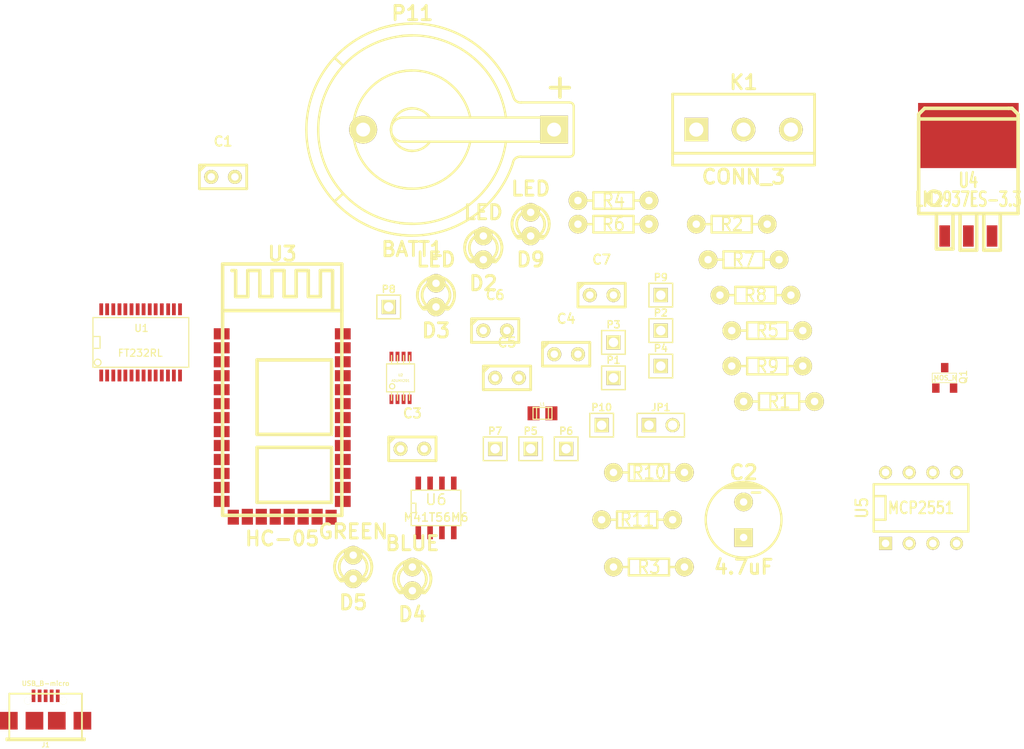
<source format=kicad_pcb>
(kicad_pcb (version 3) (host pcbnew "(2013-05-16 BZR 4016)-stable")

  (general
    (links 80)
    (no_connects 80)
    (area 41.444649 38.4048 153.204333 118.72468)
    (thickness 1.6)
    (drawings 0)
    (tracks 0)
    (zones 0)
    (modules 45)
    (nets 41)
  )

  (page A3)
  (layers
    (15 Dessus.Cu signal)
    (0 Dessous.Cu signal)
    (16 Dessous.Adhes user)
    (17 Dessus.Adhes user)
    (18 Dessous.Pate user)
    (19 Dessus.Pate user)
    (20 Dessous.SilkS user)
    (21 Dessus.SilkS user)
    (22 Dessous.Masque user)
    (23 Dessus.Masque user)
    (24 Dessin.User user)
    (25 Cmts.User user)
    (26 Eco1.User user)
    (27 Eco2.User user)
    (28 Contours.Ci user)
  )

  (setup
    (last_trace_width 0.254)
    (trace_clearance 0.254)
    (zone_clearance 0.508)
    (zone_45_only no)
    (trace_min 0.254)
    (segment_width 0.2)
    (edge_width 0.15)
    (via_size 0.889)
    (via_drill 0.635)
    (via_min_size 0.889)
    (via_min_drill 0.508)
    (uvia_size 0.508)
    (uvia_drill 0.127)
    (uvias_allowed no)
    (uvia_min_size 0.508)
    (uvia_min_drill 0.127)
    (pcb_text_width 0.3)
    (pcb_text_size 1.5 1.5)
    (mod_edge_width 0.15)
    (mod_text_size 1.5 1.5)
    (mod_text_width 0.15)
    (pad_size 1.4 1.4)
    (pad_drill 0.6)
    (pad_to_mask_clearance 0.2)
    (aux_axis_origin 0 0)
    (visible_elements 7FFFFFFF)
    (pcbplotparams
      (layerselection 3178497)
      (usegerberextensions true)
      (excludeedgelayer true)
      (linewidth 0.150000)
      (plotframeref false)
      (viasonmask false)
      (mode 1)
      (useauxorigin false)
      (hpglpennumber 1)
      (hpglpenspeed 20)
      (hpglpendiameter 15)
      (hpglpenoverlay 2)
      (psnegative false)
      (psa4output false)
      (plotreference true)
      (plotvalue true)
      (plotothertext true)
      (plotinvisibletext false)
      (padsonsilk false)
      (subtractmaskfromsilk false)
      (outputformat 1)
      (mirror false)
      (drillshape 1)
      (scaleselection 1)
      (outputdirectory ""))
  )

  (net 0 "")
  (net 1 +3.3V)
  (net 2 /+5v)
  (net 3 /USB-5v)
  (net 4 /USB-GND)
  (net 5 GND)
  (net 6 N-0000022)
  (net 7 N-0000023)
  (net 8 N-0000024)
  (net 9 N-0000025)
  (net 10 N-0000026)
  (net 11 N-0000027)
  (net 12 N-0000029)
  (net 13 N-0000030)
  (net 14 N-0000031)
  (net 15 N-0000038)
  (net 16 N-0000039)
  (net 17 N-0000040)
  (net 18 N-0000041)
  (net 19 N-0000042)
  (net 20 N-0000043)
  (net 21 N-0000044)
  (net 22 N-0000046)
  (net 23 N-0000047)
  (net 24 N-0000048)
  (net 25 N-0000051)
  (net 26 N-0000066)
  (net 27 N-0000067)
  (net 28 N-0000068)
  (net 29 N-0000069)
  (net 30 N-0000070)
  (net 31 N-0000071)
  (net 32 N-0000072)
  (net 33 N-0000073)
  (net 34 N-0000074)
  (net 35 N-0000076)
  (net 36 N-0000077)
  (net 37 N-0000078)
  (net 38 N-0000079)
  (net 39 N-0000080)
  (net 40 N-0000081)

  (net_class Default "Ceci est la Netclass par défaut"
    (clearance 0.254)
    (trace_width 0.254)
    (via_dia 0.889)
    (via_drill 0.635)
    (uvia_dia 0.508)
    (uvia_drill 0.127)
    (add_net "")
    (add_net +3.3V)
    (add_net /+5v)
    (add_net /USB-5v)
    (add_net /USB-GND)
    (add_net GND)
    (add_net N-0000022)
    (add_net N-0000023)
    (add_net N-0000024)
    (add_net N-0000025)
    (add_net N-0000026)
    (add_net N-0000027)
    (add_net N-0000029)
    (add_net N-0000030)
    (add_net N-0000031)
    (add_net N-0000038)
    (add_net N-0000039)
    (add_net N-0000040)
    (add_net N-0000041)
    (add_net N-0000042)
    (add_net N-0000043)
    (add_net N-0000044)
    (add_net N-0000046)
    (add_net N-0000047)
    (add_net N-0000048)
    (add_net N-0000051)
    (add_net N-0000066)
    (add_net N-0000067)
    (add_net N-0000068)
    (add_net N-0000069)
    (add_net N-0000070)
    (add_net N-0000071)
    (add_net N-0000072)
    (add_net N-0000073)
    (add_net N-0000074)
    (add_net N-0000076)
    (add_net N-0000077)
    (add_net N-0000078)
    (add_net N-0000079)
    (add_net N-0000080)
    (add_net N-0000081)
  )

  (module TO263 (layer Dessus.Cu) (tedit 4FBE28C7) (tstamp 51A3634C)
    (at 146.05 63.5)
    (path /51A333C3)
    (attr smd)
    (fp_text reference U4 (at 0 -5.969) (layer Dessus.SilkS)
      (effects (font (size 1.524 1.016) (thickness 0.254)))
    )
    (fp_text value LM2937ES-3.3 (at 0 -3.937) (layer Dessus.SilkS)
      (effects (font (size 1.524 1.016) (thickness 0.254)))
    )
    (fp_line (start 1.651 -2.413) (end 1.651 1.524) (layer Dessus.SilkS) (width 0.381))
    (fp_line (start 1.651 1.524) (end 3.429 1.524) (layer Dessus.SilkS) (width 0.381))
    (fp_line (start 3.429 1.524) (end 3.429 -2.413) (layer Dessus.SilkS) (width 0.381))
    (fp_line (start -0.889 -2.413) (end -0.889 1.524) (layer Dessus.SilkS) (width 0.381))
    (fp_line (start -0.889 1.524) (end 0.889 1.524) (layer Dessus.SilkS) (width 0.381))
    (fp_line (start 0.889 1.524) (end 0.889 -2.413) (layer Dessus.SilkS) (width 0.381))
    (fp_line (start -3.429 -2.413) (end -3.429 1.397) (layer Dessus.SilkS) (width 0.381))
    (fp_line (start -3.429 1.397) (end -1.778 1.397) (layer Dessus.SilkS) (width 0.381))
    (fp_line (start -1.778 1.397) (end -1.651 1.397) (layer Dessus.SilkS) (width 0.381))
    (fp_line (start -1.651 1.397) (end -1.651 -2.413) (layer Dessus.SilkS) (width 0.381))
    (fp_circle (center -3.683 -4.064) (end -3.683 -3.302) (layer Dessus.SilkS) (width 0.381))
    (fp_line (start -5.334 -2.413) (end -5.334 -13.081) (layer Dessus.SilkS) (width 0.381))
    (fp_line (start -5.334 -13.081) (end -4.699 -13.716) (layer Dessus.SilkS) (width 0.381))
    (fp_line (start -4.699 -13.716) (end 4.318 -13.716) (layer Dessus.SilkS) (width 0.381))
    (fp_line (start 4.318 -13.716) (end 4.572 -13.716) (layer Dessus.SilkS) (width 0.381))
    (fp_line (start 4.572 -13.716) (end 4.699 -13.716) (layer Dessus.SilkS) (width 0.381))
    (fp_line (start 4.699 -13.716) (end 5.334 -13.081) (layer Dessus.SilkS) (width 0.381))
    (fp_line (start 5.334 -13.081) (end 5.334 -2.413) (layer Dessus.SilkS) (width 0.381))
    (fp_line (start -5.334 -2.413) (end 5.334 -2.413) (layer Dessus.SilkS) (width 0.381))
    (fp_line (start 5.334 -12.573) (end -5.334 -12.573) (layer Dessus.SilkS) (width 0.381))
    (pad 1 smd rect (at -2.54 0) (size 1.143 2.286)
      (layers Dessus.Cu Dessus.Pate Dessus.Masque)
      (net 2 /+5v)
    )
    (pad 2 smd rect (at 0 -10.795) (size 10.80008 6.9977)
      (layers Dessus.Cu Dessus.Pate Dessus.Masque)
      (net 5 GND)
    )
    (pad 3 smd rect (at 2.54 0) (size 1.143 2.286)
      (layers Dessus.Cu Dessus.Pate Dessus.Masque)
      (net 40 N-0000081)
    )
    (pad 2 smd rect (at 0 0) (size 1.143 2.286)
      (layers Dessus.Cu Dessus.Pate Dessus.Masque)
      (net 5 GND)
    )
  )

  (module SSOP28 (layer Dessus.Cu) (tedit 3D81AA31) (tstamp 51A36374)
    (at 57.15 74.93)
    (descr "SSOP 28 pins")
    (tags "CMS SSOP SMD")
    (path /51A31FDD)
    (attr smd)
    (fp_text reference U1 (at 0.127 -1.524) (layer Dessus.SilkS)
      (effects (font (size 0.762 0.762) (thickness 0.127)))
    )
    (fp_text value FT232RL (at 0 1.143) (layer Dessus.SilkS)
      (effects (font (size 0.762 0.762) (thickness 0.127)))
    )
    (fp_circle (center -4.572 2.159) (end -4.826 1.905) (layer Dessus.SilkS) (width 0.127))
    (fp_line (start -5.08 -0.635) (end -4.318 -0.635) (layer Dessus.SilkS) (width 0.127))
    (fp_line (start -4.318 -0.635) (end -4.318 0.635) (layer Dessus.SilkS) (width 0.127))
    (fp_line (start -4.318 0.635) (end -5.08 0.635) (layer Dessus.SilkS) (width 0.127))
    (fp_line (start 5.207 2.667) (end -5.08 2.667) (layer Dessus.SilkS) (width 0.127))
    (fp_line (start -5.08 -2.667) (end 5.207 -2.667) (layer Dessus.SilkS) (width 0.127))
    (fp_line (start -5.08 -2.667) (end -5.08 2.667) (layer Dessus.SilkS) (width 0.127))
    (fp_line (start 5.207 -2.667) (end 5.207 2.667) (layer Dessus.SilkS) (width 0.127))
    (pad 1 smd rect (at -4.191 3.556) (size 0.4064 1.27)
      (layers Dessus.Cu Dessus.Pate Dessus.Masque)
      (net 25 N-0000051)
    )
    (pad 2 smd rect (at -3.556 3.556) (size 0.4064 1.27)
      (layers Dessus.Cu Dessus.Pate Dessus.Masque)
    )
    (pad 3 smd rect (at -2.8956 3.556) (size 0.4064 1.27)
      (layers Dessus.Cu Dessus.Pate Dessus.Masque)
    )
    (pad 4 smd rect (at -2.2352 3.556) (size 0.4064 1.27)
      (layers Dessus.Cu Dessus.Pate Dessus.Masque)
      (net 3 /USB-5v)
    )
    (pad 5 smd rect (at -1.6002 3.556) (size 0.4064 1.27)
      (layers Dessus.Cu Dessus.Pate Dessus.Masque)
      (net 31 N-0000071)
    )
    (pad 6 smd rect (at -0.9398 3.556) (size 0.4064 1.27)
      (layers Dessus.Cu Dessus.Pate Dessus.Masque)
    )
    (pad 7 smd rect (at -0.2794 3.556) (size 0.4064 1.27)
      (layers Dessus.Cu Dessus.Pate Dessus.Masque)
      (net 30 N-0000070)
    )
    (pad 8 smd rect (at 0.3556 3.556) (size 0.4064 1.27)
      (layers Dessus.Cu Dessus.Pate Dessus.Masque)
    )
    (pad 9 smd rect (at 1.016 3.556) (size 0.4064 1.27)
      (layers Dessus.Cu Dessus.Pate Dessus.Masque)
    )
    (pad 10 smd rect (at 1.651 3.556) (size 0.4064 1.27)
      (layers Dessus.Cu Dessus.Pate Dessus.Masque)
    )
    (pad 11 smd rect (at 2.3114 3.556) (size 0.4064 1.27)
      (layers Dessus.Cu Dessus.Pate Dessus.Masque)
    )
    (pad 12 smd rect (at 2.9718 3.556) (size 0.4064 1.27)
      (layers Dessus.Cu Dessus.Pate Dessus.Masque)
    )
    (pad 13 smd rect (at 3.6068 3.556) (size 0.4064 1.27)
      (layers Dessus.Cu Dessus.Pate Dessus.Masque)
    )
    (pad 14 smd rect (at 4.2672 3.556) (size 0.4064 1.27)
      (layers Dessus.Cu Dessus.Pate Dessus.Masque)
    )
    (pad 15 smd rect (at 4.2672 -3.556) (size 0.4064 1.27)
      (layers Dessus.Cu Dessus.Pate Dessus.Masque)
      (net 28 N-0000068)
    )
    (pad 16 smd rect (at 3.6068 -3.556) (size 0.4064 1.27)
      (layers Dessus.Cu Dessus.Pate Dessus.Masque)
      (net 27 N-0000067)
    )
    (pad 17 smd rect (at 2.9972 -3.556) (size 0.4064 1.27)
      (layers Dessus.Cu Dessus.Pate Dessus.Masque)
      (net 26 N-0000066)
    )
    (pad 18 smd rect (at 2.3114 -3.556) (size 0.4064 1.27)
      (layers Dessus.Cu Dessus.Pate Dessus.Masque)
      (net 30 N-0000070)
    )
    (pad 19 smd rect (at 1.651 -3.556) (size 0.4064 1.27)
      (layers Dessus.Cu Dessus.Pate Dessus.Masque)
      (net 24 N-0000048)
    )
    (pad 20 smd rect (at 1.016 -3.556) (size 0.4064 1.27)
      (layers Dessus.Cu Dessus.Pate Dessus.Masque)
      (net 3 /USB-5v)
    )
    (pad 21 smd rect (at 0.3556 -3.556) (size 0.4064 1.27)
      (layers Dessus.Cu Dessus.Pate Dessus.Masque)
      (net 30 N-0000070)
    )
    (pad 22 smd rect (at -0.2794 -3.556) (size 0.4064 1.27)
      (layers Dessus.Cu Dessus.Pate Dessus.Masque)
      (net 18 N-0000041)
    )
    (pad 23 smd rect (at -0.9398 -3.556) (size 0.4064 1.27)
      (layers Dessus.Cu Dessus.Pate Dessus.Masque)
      (net 29 N-0000069)
    )
    (pad 24 smd rect (at -1.6002 -3.556) (size 0.4064 1.27)
      (layers Dessus.Cu Dessus.Pate Dessus.Masque)
    )
    (pad 25 smd rect (at -2.2352 -3.556) (size 0.4064 1.27)
      (layers Dessus.Cu Dessus.Pate Dessus.Masque)
      (net 30 N-0000070)
    )
    (pad 26 smd rect (at -2.8956 -3.556) (size 0.4064 1.27)
      (layers Dessus.Cu Dessus.Pate Dessus.Masque)
      (net 30 N-0000070)
    )
    (pad 27 smd rect (at -3.556 -3.556) (size 0.4064 1.27)
      (layers Dessus.Cu Dessus.Pate Dessus.Masque)
    )
    (pad 28 smd rect (at -4.191 -3.556) (size 0.4064 1.27)
      (layers Dessus.Cu Dessus.Pate Dessus.Masque)
    )
    (model smd/cms_soj28.wrl
      (at (xyz 0 0 0))
      (scale (xyz 0.256 0.5 0.25))
      (rotate (xyz 0 0 0))
    )
  )

  (module SO8E (layer Dessus.Cu) (tedit 4F33A5C7) (tstamp 51A36394)
    (at 88.9 92.71)
    (descr "module CMS SOJ 8 pins etroit")
    (tags "CMS SOJ")
    (path /51A3532F)
    (attr smd)
    (fp_text reference U6 (at 0 -0.889) (layer Dessus.SilkS)
      (effects (font (size 1.143 1.143) (thickness 0.1524)))
    )
    (fp_text value M41T56M6 (at 0 1.016) (layer Dessus.SilkS)
      (effects (font (size 0.889 0.889) (thickness 0.1524)))
    )
    (fp_line (start -2.667 1.778) (end -2.667 1.905) (layer Dessus.SilkS) (width 0.127))
    (fp_line (start -2.667 1.905) (end 2.667 1.905) (layer Dessus.SilkS) (width 0.127))
    (fp_line (start 2.667 -1.905) (end -2.667 -1.905) (layer Dessus.SilkS) (width 0.127))
    (fp_line (start -2.667 -1.905) (end -2.667 1.778) (layer Dessus.SilkS) (width 0.127))
    (fp_line (start -2.667 -0.508) (end -2.159 -0.508) (layer Dessus.SilkS) (width 0.127))
    (fp_line (start -2.159 -0.508) (end -2.159 0.508) (layer Dessus.SilkS) (width 0.127))
    (fp_line (start -2.159 0.508) (end -2.667 0.508) (layer Dessus.SilkS) (width 0.127))
    (fp_line (start 2.667 -1.905) (end 2.667 1.905) (layer Dessus.SilkS) (width 0.127))
    (pad 8 smd rect (at -1.905 -2.667) (size 0.59944 1.39954)
      (layers Dessus.Cu Dessus.Pate Dessus.Masque)
      (net 2 /+5v)
    )
    (pad 1 smd rect (at -1.905 2.667) (size 0.59944 1.39954)
      (layers Dessus.Cu Dessus.Pate Dessus.Masque)
      (net 20 N-0000043)
    )
    (pad 7 smd rect (at -0.635 -2.667) (size 0.59944 1.39954)
      (layers Dessus.Cu Dessus.Pate Dessus.Masque)
    )
    (pad 6 smd rect (at 0.635 -2.667) (size 0.59944 1.39954)
      (layers Dessus.Cu Dessus.Pate Dessus.Masque)
      (net 22 N-0000046)
    )
    (pad 5 smd rect (at 1.905 -2.667) (size 0.59944 1.39954)
      (layers Dessus.Cu Dessus.Pate Dessus.Masque)
      (net 23 N-0000047)
    )
    (pad 2 smd rect (at -0.635 2.667) (size 0.59944 1.39954)
      (layers Dessus.Cu Dessus.Pate Dessus.Masque)
      (net 21 N-0000044)
    )
    (pad 3 smd rect (at 0.635 2.667) (size 0.59944 1.39954)
      (layers Dessus.Cu Dessus.Pate Dessus.Masque)
      (net 19 N-0000042)
    )
    (pad 4 smd rect (at 1.905 2.667) (size 0.59944 1.39954)
      (layers Dessus.Cu Dessus.Pate Dessus.Masque)
      (net 5 GND)
    )
    (model smd/cms_so8.wrl
      (at (xyz 0 0 0))
      (scale (xyz 0.5 0.32 0.5))
      (rotate (xyz 0 0 0))
    )
  )

  (module RC03 (layer Dessus.Cu) (tedit 4B90E175) (tstamp 51A363A0)
    (at 107.95 59.69)
    (descr "Resistor, RC03")
    (tags R)
    (path /51A32C03)
    (autoplace_cost180 10)
    (fp_text reference R4 (at 0 0) (layer Dessus.SilkS)
      (effects (font (size 1.397 1.27) (thickness 0.2032)))
    )
    (fp_text value 330 (at 0 2.032) (layer Dessus.SilkS) hide
      (effects (font (size 1.397 1.27) (thickness 0.2032)))
    )
    (fp_line (start 2.159 0) (end 3.81 0) (layer Dessus.SilkS) (width 0.254))
    (fp_line (start -2.159 0) (end -3.81 0) (layer Dessus.SilkS) (width 0.254))
    (fp_line (start -2.159 -0.889) (end -2.159 0.889) (layer Dessus.SilkS) (width 0.254))
    (fp_line (start -2.159 0.889) (end 2.159 0.889) (layer Dessus.SilkS) (width 0.254))
    (fp_line (start 2.159 0.889) (end 2.159 -0.889) (layer Dessus.SilkS) (width 0.254))
    (fp_line (start 2.159 -0.889) (end -2.159 -0.889) (layer Dessus.SilkS) (width 0.254))
    (pad 1 thru_hole circle (at -3.81 0) (size 1.99898 1.99898) (drill 0.8001)
      (layers *.Cu *.Mask Dessus.SilkS)
      (net 9 N-0000025)
    )
    (pad 2 thru_hole circle (at 3.81 0) (size 1.99898 1.99898) (drill 0.8001)
      (layers *.Cu *.Mask Dessus.SilkS)
      (net 8 N-0000024)
    )
    (model walter\pth_resistors\rc03.wrl
      (at (xyz 0 0 0))
      (scale (xyz 1 1 1))
      (rotate (xyz 0 0 0))
    )
  )

  (module RC03 (layer Dessus.Cu) (tedit 4B90E175) (tstamp 51A363AC)
    (at 107.95 62.23)
    (descr "Resistor, RC03")
    (tags R)
    (path /51A32E01)
    (autoplace_cost180 10)
    (fp_text reference R6 (at 0 0) (layer Dessus.SilkS)
      (effects (font (size 1.397 1.27) (thickness 0.2032)))
    )
    (fp_text value 10k (at 0 2.032) (layer Dessus.SilkS) hide
      (effects (font (size 1.397 1.27) (thickness 0.2032)))
    )
    (fp_line (start 2.159 0) (end 3.81 0) (layer Dessus.SilkS) (width 0.254))
    (fp_line (start -2.159 0) (end -3.81 0) (layer Dessus.SilkS) (width 0.254))
    (fp_line (start -2.159 -0.889) (end -2.159 0.889) (layer Dessus.SilkS) (width 0.254))
    (fp_line (start -2.159 0.889) (end 2.159 0.889) (layer Dessus.SilkS) (width 0.254))
    (fp_line (start 2.159 0.889) (end 2.159 -0.889) (layer Dessus.SilkS) (width 0.254))
    (fp_line (start 2.159 -0.889) (end -2.159 -0.889) (layer Dessus.SilkS) (width 0.254))
    (pad 1 thru_hole circle (at -3.81 0) (size 1.99898 1.99898) (drill 0.8001)
      (layers *.Cu *.Mask Dessus.SilkS)
      (net 2 /+5v)
    )
    (pad 2 thru_hole circle (at 3.81 0) (size 1.99898 1.99898) (drill 0.8001)
      (layers *.Cu *.Mask Dessus.SilkS)
      (net 32 N-0000072)
    )
    (model walter\pth_resistors\rc03.wrl
      (at (xyz 0 0 0))
      (scale (xyz 1 1 1))
      (rotate (xyz 0 0 0))
    )
  )

  (module RC03 (layer Dessus.Cu) (tedit 4B90E175) (tstamp 51A363B8)
    (at 120.65 62.23)
    (descr "Resistor, RC03")
    (tags R)
    (path /51A3292F)
    (autoplace_cost180 10)
    (fp_text reference R2 (at 0 0) (layer Dessus.SilkS)
      (effects (font (size 1.397 1.27) (thickness 0.2032)))
    )
    (fp_text value 470 (at 0 2.032) (layer Dessus.SilkS) hide
      (effects (font (size 1.397 1.27) (thickness 0.2032)))
    )
    (fp_line (start 2.159 0) (end 3.81 0) (layer Dessus.SilkS) (width 0.254))
    (fp_line (start -2.159 0) (end -3.81 0) (layer Dessus.SilkS) (width 0.254))
    (fp_line (start -2.159 -0.889) (end -2.159 0.889) (layer Dessus.SilkS) (width 0.254))
    (fp_line (start -2.159 0.889) (end 2.159 0.889) (layer Dessus.SilkS) (width 0.254))
    (fp_line (start 2.159 0.889) (end 2.159 -0.889) (layer Dessus.SilkS) (width 0.254))
    (fp_line (start 2.159 -0.889) (end -2.159 -0.889) (layer Dessus.SilkS) (width 0.254))
    (pad 1 thru_hole circle (at -3.81 0) (size 1.99898 1.99898) (drill 0.8001)
      (layers *.Cu *.Mask Dessus.SilkS)
      (net 17 N-0000040)
    )
    (pad 2 thru_hole circle (at 3.81 0) (size 1.99898 1.99898) (drill 0.8001)
      (layers *.Cu *.Mask Dessus.SilkS)
      (net 3 /USB-5v)
    )
    (model walter\pth_resistors\rc03.wrl
      (at (xyz 0 0 0))
      (scale (xyz 1 1 1))
      (rotate (xyz 0 0 0))
    )
  )

  (module RC03 (layer Dessus.Cu) (tedit 4B90E175) (tstamp 51A363C4)
    (at 121.92 66.04)
    (descr "Resistor, RC03")
    (tags R)
    (path /51A32E65)
    (autoplace_cost180 10)
    (fp_text reference R7 (at 0 0) (layer Dessus.SilkS)
      (effects (font (size 1.397 1.27) (thickness 0.2032)))
    )
    (fp_text value 10k (at 0 2.032) (layer Dessus.SilkS) hide
      (effects (font (size 1.397 1.27) (thickness 0.2032)))
    )
    (fp_line (start 2.159 0) (end 3.81 0) (layer Dessus.SilkS) (width 0.254))
    (fp_line (start -2.159 0) (end -3.81 0) (layer Dessus.SilkS) (width 0.254))
    (fp_line (start -2.159 -0.889) (end -2.159 0.889) (layer Dessus.SilkS) (width 0.254))
    (fp_line (start -2.159 0.889) (end 2.159 0.889) (layer Dessus.SilkS) (width 0.254))
    (fp_line (start 2.159 0.889) (end 2.159 -0.889) (layer Dessus.SilkS) (width 0.254))
    (fp_line (start 2.159 -0.889) (end -2.159 -0.889) (layer Dessus.SilkS) (width 0.254))
    (pad 1 thru_hole circle (at -3.81 0) (size 1.99898 1.99898) (drill 0.8001)
      (layers *.Cu *.Mask Dessus.SilkS)
      (net 13 N-0000030)
    )
    (pad 2 thru_hole circle (at 3.81 0) (size 1.99898 1.99898) (drill 0.8001)
      (layers *.Cu *.Mask Dessus.SilkS)
      (net 12 N-0000029)
    )
    (model walter\pth_resistors\rc03.wrl
      (at (xyz 0 0 0))
      (scale (xyz 1 1 1))
      (rotate (xyz 0 0 0))
    )
  )

  (module RC03 (layer Dessus.Cu) (tedit 4B90E175) (tstamp 51A363D0)
    (at 123.19 69.85)
    (descr "Resistor, RC03")
    (tags R)
    (path /51A32DFB)
    (autoplace_cost180 10)
    (fp_text reference R8 (at 0 0) (layer Dessus.SilkS)
      (effects (font (size 1.397 1.27) (thickness 0.2032)))
    )
    (fp_text value 10k (at 0 2.032) (layer Dessus.SilkS) hide
      (effects (font (size 1.397 1.27) (thickness 0.2032)))
    )
    (fp_line (start 2.159 0) (end 3.81 0) (layer Dessus.SilkS) (width 0.254))
    (fp_line (start -2.159 0) (end -3.81 0) (layer Dessus.SilkS) (width 0.254))
    (fp_line (start -2.159 -0.889) (end -2.159 0.889) (layer Dessus.SilkS) (width 0.254))
    (fp_line (start -2.159 0.889) (end 2.159 0.889) (layer Dessus.SilkS) (width 0.254))
    (fp_line (start 2.159 0.889) (end 2.159 -0.889) (layer Dessus.SilkS) (width 0.254))
    (fp_line (start 2.159 -0.889) (end -2.159 -0.889) (layer Dessus.SilkS) (width 0.254))
    (pad 1 thru_hole circle (at -3.81 0) (size 1.99898 1.99898) (drill 0.8001)
      (layers *.Cu *.Mask Dessus.SilkS)
      (net 1 +3.3V)
    )
    (pad 2 thru_hole circle (at 3.81 0) (size 1.99898 1.99898) (drill 0.8001)
      (layers *.Cu *.Mask Dessus.SilkS)
      (net 7 N-0000023)
    )
    (model walter\pth_resistors\rc03.wrl
      (at (xyz 0 0 0))
      (scale (xyz 1 1 1))
      (rotate (xyz 0 0 0))
    )
  )

  (module RC03 (layer Dessus.Cu) (tedit 4B90E175) (tstamp 51A363DC)
    (at 124.46 73.66)
    (descr "Resistor, RC03")
    (tags R)
    (path /51A32C09)
    (autoplace_cost180 10)
    (fp_text reference R5 (at 0 0) (layer Dessus.SilkS)
      (effects (font (size 1.397 1.27) (thickness 0.2032)))
    )
    (fp_text value 330 (at 0 2.032) (layer Dessus.SilkS) hide
      (effects (font (size 1.397 1.27) (thickness 0.2032)))
    )
    (fp_line (start 2.159 0) (end 3.81 0) (layer Dessus.SilkS) (width 0.254))
    (fp_line (start -2.159 0) (end -3.81 0) (layer Dessus.SilkS) (width 0.254))
    (fp_line (start -2.159 -0.889) (end -2.159 0.889) (layer Dessus.SilkS) (width 0.254))
    (fp_line (start -2.159 0.889) (end 2.159 0.889) (layer Dessus.SilkS) (width 0.254))
    (fp_line (start 2.159 0.889) (end 2.159 -0.889) (layer Dessus.SilkS) (width 0.254))
    (fp_line (start 2.159 -0.889) (end -2.159 -0.889) (layer Dessus.SilkS) (width 0.254))
    (pad 1 thru_hole circle (at -3.81 0) (size 1.99898 1.99898) (drill 0.8001)
      (layers *.Cu *.Mask Dessus.SilkS)
      (net 11 N-0000027)
    )
    (pad 2 thru_hole circle (at 3.81 0) (size 1.99898 1.99898) (drill 0.8001)
      (layers *.Cu *.Mask Dessus.SilkS)
      (net 10 N-0000026)
    )
    (model walter\pth_resistors\rc03.wrl
      (at (xyz 0 0 0))
      (scale (xyz 1 1 1))
      (rotate (xyz 0 0 0))
    )
  )

  (module RC03 (layer Dessus.Cu) (tedit 4B90E175) (tstamp 51A363E8)
    (at 124.46 77.47)
    (descr "Resistor, RC03")
    (tags R)
    (path /51A33431)
    (autoplace_cost180 10)
    (fp_text reference R9 (at 0 0) (layer Dessus.SilkS)
      (effects (font (size 1.397 1.27) (thickness 0.2032)))
    )
    (fp_text value 330 (at 0 2.032) (layer Dessus.SilkS) hide
      (effects (font (size 1.397 1.27) (thickness 0.2032)))
    )
    (fp_line (start 2.159 0) (end 3.81 0) (layer Dessus.SilkS) (width 0.254))
    (fp_line (start -2.159 0) (end -3.81 0) (layer Dessus.SilkS) (width 0.254))
    (fp_line (start -2.159 -0.889) (end -2.159 0.889) (layer Dessus.SilkS) (width 0.254))
    (fp_line (start -2.159 0.889) (end 2.159 0.889) (layer Dessus.SilkS) (width 0.254))
    (fp_line (start 2.159 0.889) (end 2.159 -0.889) (layer Dessus.SilkS) (width 0.254))
    (fp_line (start 2.159 -0.889) (end -2.159 -0.889) (layer Dessus.SilkS) (width 0.254))
    (pad 1 thru_hole circle (at -3.81 0) (size 1.99898 1.99898) (drill 0.8001)
      (layers *.Cu *.Mask Dessus.SilkS)
      (net 40 N-0000081)
    )
    (pad 2 thru_hole circle (at 3.81 0) (size 1.99898 1.99898) (drill 0.8001)
      (layers *.Cu *.Mask Dessus.SilkS)
      (net 35 N-0000076)
    )
    (model walter\pth_resistors\rc03.wrl
      (at (xyz 0 0 0))
      (scale (xyz 1 1 1))
      (rotate (xyz 0 0 0))
    )
  )

  (module RC03 (layer Dessus.Cu) (tedit 4B90E175) (tstamp 51A363F4)
    (at 125.73 81.28)
    (descr "Resistor, RC03")
    (tags R)
    (path /51A326F8)
    (autoplace_cost180 10)
    (fp_text reference R1 (at 0 0) (layer Dessus.SilkS)
      (effects (font (size 1.397 1.27) (thickness 0.2032)))
    )
    (fp_text value 2.4k (at 0 2.032) (layer Dessus.SilkS) hide
      (effects (font (size 1.397 1.27) (thickness 0.2032)))
    )
    (fp_line (start 2.159 0) (end 3.81 0) (layer Dessus.SilkS) (width 0.254))
    (fp_line (start -2.159 0) (end -3.81 0) (layer Dessus.SilkS) (width 0.254))
    (fp_line (start -2.159 -0.889) (end -2.159 0.889) (layer Dessus.SilkS) (width 0.254))
    (fp_line (start -2.159 0.889) (end 2.159 0.889) (layer Dessus.SilkS) (width 0.254))
    (fp_line (start 2.159 0.889) (end 2.159 -0.889) (layer Dessus.SilkS) (width 0.254))
    (fp_line (start 2.159 -0.889) (end -2.159 -0.889) (layer Dessus.SilkS) (width 0.254))
    (pad 1 thru_hole circle (at -3.81 0) (size 1.99898 1.99898) (drill 0.8001)
      (layers *.Cu *.Mask Dessus.SilkS)
      (net 3 /USB-5v)
    )
    (pad 2 thru_hole circle (at 3.81 0) (size 1.99898 1.99898) (drill 0.8001)
      (layers *.Cu *.Mask Dessus.SilkS)
      (net 24 N-0000048)
    )
    (model walter\pth_resistors\rc03.wrl
      (at (xyz 0 0 0))
      (scale (xyz 1 1 1))
      (rotate (xyz 0 0 0))
    )
  )

  (module RC03 (layer Dessus.Cu) (tedit 4B90E175) (tstamp 51A36400)
    (at 111.76 99.06)
    (descr "Resistor, RC03")
    (tags R)
    (path /51A32941)
    (autoplace_cost180 10)
    (fp_text reference R3 (at 0 0) (layer Dessus.SilkS)
      (effects (font (size 1.397 1.27) (thickness 0.2032)))
    )
    (fp_text value 470 (at 0 2.032) (layer Dessus.SilkS) hide
      (effects (font (size 1.397 1.27) (thickness 0.2032)))
    )
    (fp_line (start 2.159 0) (end 3.81 0) (layer Dessus.SilkS) (width 0.254))
    (fp_line (start -2.159 0) (end -3.81 0) (layer Dessus.SilkS) (width 0.254))
    (fp_line (start -2.159 -0.889) (end -2.159 0.889) (layer Dessus.SilkS) (width 0.254))
    (fp_line (start -2.159 0.889) (end 2.159 0.889) (layer Dessus.SilkS) (width 0.254))
    (fp_line (start 2.159 0.889) (end 2.159 -0.889) (layer Dessus.SilkS) (width 0.254))
    (fp_line (start 2.159 -0.889) (end -2.159 -0.889) (layer Dessus.SilkS) (width 0.254))
    (pad 1 thru_hole circle (at -3.81 0) (size 1.99898 1.99898) (drill 0.8001)
      (layers *.Cu *.Mask Dessus.SilkS)
      (net 3 /USB-5v)
    )
    (pad 2 thru_hole circle (at 3.81 0) (size 1.99898 1.99898) (drill 0.8001)
      (layers *.Cu *.Mask Dessus.SilkS)
      (net 16 N-0000039)
    )
    (model walter\pth_resistors\rc03.wrl
      (at (xyz 0 0 0))
      (scale (xyz 1 1 1))
      (rotate (xyz 0 0 0))
    )
  )

  (module RC03 (layer Dessus.Cu) (tedit 4B90E175) (tstamp 51A3640C)
    (at 110.49 93.98)
    (descr "Resistor, RC03")
    (tags R)
    (path /51A344D0)
    (autoplace_cost180 10)
    (fp_text reference R11 (at 0 0) (layer Dessus.SilkS)
      (effects (font (size 1.397 1.27) (thickness 0.2032)))
    )
    (fp_text value 120 (at 0 2.032) (layer Dessus.SilkS) hide
      (effects (font (size 1.397 1.27) (thickness 0.2032)))
    )
    (fp_line (start 2.159 0) (end 3.81 0) (layer Dessus.SilkS) (width 0.254))
    (fp_line (start -2.159 0) (end -3.81 0) (layer Dessus.SilkS) (width 0.254))
    (fp_line (start -2.159 -0.889) (end -2.159 0.889) (layer Dessus.SilkS) (width 0.254))
    (fp_line (start -2.159 0.889) (end 2.159 0.889) (layer Dessus.SilkS) (width 0.254))
    (fp_line (start 2.159 0.889) (end 2.159 -0.889) (layer Dessus.SilkS) (width 0.254))
    (fp_line (start 2.159 -0.889) (end -2.159 -0.889) (layer Dessus.SilkS) (width 0.254))
    (pad 1 thru_hole circle (at -3.81 0) (size 1.99898 1.99898) (drill 0.8001)
      (layers *.Cu *.Mask Dessus.SilkS)
      (net 34 N-0000074)
    )
    (pad 2 thru_hole circle (at 3.81 0) (size 1.99898 1.99898) (drill 0.8001)
      (layers *.Cu *.Mask Dessus.SilkS)
      (net 38 N-0000079)
    )
    (model walter\pth_resistors\rc03.wrl
      (at (xyz 0 0 0))
      (scale (xyz 1 1 1))
      (rotate (xyz 0 0 0))
    )
  )

  (module RC03 (layer Dessus.Cu) (tedit 4B90E175) (tstamp 51A36418)
    (at 111.76 88.9)
    (descr "Resistor, RC03")
    (tags R)
    (path /51A344D4)
    (autoplace_cost180 10)
    (fp_text reference R10 (at 0 0) (layer Dessus.SilkS)
      (effects (font (size 1.397 1.27) (thickness 0.2032)))
    )
    (fp_text value 4.7k (at 0 2.032) (layer Dessus.SilkS) hide
      (effects (font (size 1.397 1.27) (thickness 0.2032)))
    )
    (fp_line (start 2.159 0) (end 3.81 0) (layer Dessus.SilkS) (width 0.254))
    (fp_line (start -2.159 0) (end -3.81 0) (layer Dessus.SilkS) (width 0.254))
    (fp_line (start -2.159 -0.889) (end -2.159 0.889) (layer Dessus.SilkS) (width 0.254))
    (fp_line (start -2.159 0.889) (end 2.159 0.889) (layer Dessus.SilkS) (width 0.254))
    (fp_line (start 2.159 0.889) (end 2.159 -0.889) (layer Dessus.SilkS) (width 0.254))
    (fp_line (start 2.159 -0.889) (end -2.159 -0.889) (layer Dessus.SilkS) (width 0.254))
    (pad 1 thru_hole circle (at -3.81 0) (size 1.99898 1.99898) (drill 0.8001)
      (layers *.Cu *.Mask Dessus.SilkS)
      (net 36 N-0000077)
    )
    (pad 2 thru_hole circle (at 3.81 0) (size 1.99898 1.99898) (drill 0.8001)
      (layers *.Cu *.Mask Dessus.SilkS)
      (net 5 GND)
    )
    (model walter\pth_resistors\rc03.wrl
      (at (xyz 0 0 0))
      (scale (xyz 1 1 1))
      (rotate (xyz 0 0 0))
    )
  )

  (module PIN_ARRAY_2X1 (layer Dessus.Cu) (tedit 4565C520) (tstamp 51A36422)
    (at 113.03 83.82)
    (descr "Connecteurs 2 pins")
    (tags "CONN DEV")
    (path /51A3453D)
    (fp_text reference JP1 (at 0 -1.905) (layer Dessus.SilkS)
      (effects (font (size 0.762 0.762) (thickness 0.1524)))
    )
    (fp_text value JUMPER (at 0 -1.905) (layer Dessus.SilkS) hide
      (effects (font (size 0.762 0.762) (thickness 0.1524)))
    )
    (fp_line (start -2.54 1.27) (end -2.54 -1.27) (layer Dessus.SilkS) (width 0.1524))
    (fp_line (start -2.54 -1.27) (end 2.54 -1.27) (layer Dessus.SilkS) (width 0.1524))
    (fp_line (start 2.54 -1.27) (end 2.54 1.27) (layer Dessus.SilkS) (width 0.1524))
    (fp_line (start 2.54 1.27) (end -2.54 1.27) (layer Dessus.SilkS) (width 0.1524))
    (pad 1 thru_hole rect (at -1.27 0) (size 1.524 1.524) (drill 1.016)
      (layers *.Cu *.Mask Dessus.SilkS)
      (net 39 N-0000080)
    )
    (pad 2 thru_hole circle (at 1.27 0) (size 1.524 1.524) (drill 1.016)
      (layers *.Cu *.Mask Dessus.SilkS)
      (net 34 N-0000074)
    )
    (model pin_array/pins_array_2x1.wrl
      (at (xyz 0 0 0))
      (scale (xyz 1 1 1))
      (rotate (xyz 0 0 0))
    )
  )

  (module PIN_ARRAY_1 (layer Dessus.Cu) (tedit 4E4E744E) (tstamp 51A3642B)
    (at 113.03 77.47)
    (descr "1 pin")
    (tags "CONN DEV")
    (path /51A328C7)
    (fp_text reference P4 (at 0 -1.905) (layer Dessus.SilkS)
      (effects (font (size 0.762 0.762) (thickness 0.1524)))
    )
    (fp_text value CONN_1 (at 0 -1.905) (layer Dessus.SilkS) hide
      (effects (font (size 0.762 0.762) (thickness 0.1524)))
    )
    (fp_line (start 1.27 1.27) (end -1.27 1.27) (layer Dessus.SilkS) (width 0.1524))
    (fp_line (start -1.27 -1.27) (end 1.27 -1.27) (layer Dessus.SilkS) (width 0.1524))
    (fp_line (start -1.27 1.27) (end -1.27 -1.27) (layer Dessus.SilkS) (width 0.1524))
    (fp_line (start 1.27 -1.27) (end 1.27 1.27) (layer Dessus.SilkS) (width 0.1524))
    (pad 1 thru_hole rect (at 0 0) (size 1.524 1.524) (drill 1.016)
      (layers *.Cu *.Mask Dessus.SilkS)
      (net 15 N-0000038)
    )
    (model pin_array\pin_1.wrl
      (at (xyz 0 0 0))
      (scale (xyz 1 1 1))
      (rotate (xyz 0 0 0))
    )
  )

  (module PIN_ARRAY_1 (layer Dessus.Cu) (tedit 4E4E744E) (tstamp 51A36434)
    (at 113.03 73.66)
    (descr "1 pin")
    (tags "CONN DEV")
    (path /51A328F2)
    (fp_text reference P2 (at 0 -1.905) (layer Dessus.SilkS)
      (effects (font (size 0.762 0.762) (thickness 0.1524)))
    )
    (fp_text value CONN_1 (at 0 -1.905) (layer Dessus.SilkS) hide
      (effects (font (size 0.762 0.762) (thickness 0.1524)))
    )
    (fp_line (start 1.27 1.27) (end -1.27 1.27) (layer Dessus.SilkS) (width 0.1524))
    (fp_line (start -1.27 -1.27) (end 1.27 -1.27) (layer Dessus.SilkS) (width 0.1524))
    (fp_line (start -1.27 1.27) (end -1.27 -1.27) (layer Dessus.SilkS) (width 0.1524))
    (fp_line (start 1.27 -1.27) (end 1.27 1.27) (layer Dessus.SilkS) (width 0.1524))
    (pad 1 thru_hole rect (at 0 0) (size 1.524 1.524) (drill 1.016)
      (layers *.Cu *.Mask Dessus.SilkS)
      (net 5 GND)
    )
    (model pin_array\pin_1.wrl
      (at (xyz 0 0 0))
      (scale (xyz 1 1 1))
      (rotate (xyz 0 0 0))
    )
  )

  (module PIN_ARRAY_1 (layer Dessus.Cu) (tedit 4E4E744E) (tstamp 51A3643D)
    (at 113.03 69.85)
    (descr "1 pin")
    (tags "CONN DEV")
    (path /51A356D7)
    (fp_text reference P9 (at 0 -1.905) (layer Dessus.SilkS)
      (effects (font (size 0.762 0.762) (thickness 0.1524)))
    )
    (fp_text value CONN_1 (at 0 -1.905) (layer Dessus.SilkS) hide
      (effects (font (size 0.762 0.762) (thickness 0.1524)))
    )
    (fp_line (start 1.27 1.27) (end -1.27 1.27) (layer Dessus.SilkS) (width 0.1524))
    (fp_line (start -1.27 -1.27) (end 1.27 -1.27) (layer Dessus.SilkS) (width 0.1524))
    (fp_line (start -1.27 1.27) (end -1.27 -1.27) (layer Dessus.SilkS) (width 0.1524))
    (fp_line (start 1.27 -1.27) (end 1.27 1.27) (layer Dessus.SilkS) (width 0.1524))
    (pad 1 thru_hole rect (at 0 0) (size 1.524 1.524) (drill 1.016)
      (layers *.Cu *.Mask Dessus.SilkS)
      (net 23 N-0000047)
    )
    (model pin_array\pin_1.wrl
      (at (xyz 0 0 0))
      (scale (xyz 1 1 1))
      (rotate (xyz 0 0 0))
    )
  )

  (module PIN_ARRAY_1 (layer Dessus.Cu) (tedit 4E4E744E) (tstamp 51A36446)
    (at 107.95 74.93)
    (descr "1 pin")
    (tags "CONN DEV")
    (path /51A328C3)
    (fp_text reference P3 (at 0 -1.905) (layer Dessus.SilkS)
      (effects (font (size 0.762 0.762) (thickness 0.1524)))
    )
    (fp_text value CONN_1 (at 0 -1.905) (layer Dessus.SilkS) hide
      (effects (font (size 0.762 0.762) (thickness 0.1524)))
    )
    (fp_line (start 1.27 1.27) (end -1.27 1.27) (layer Dessus.SilkS) (width 0.1524))
    (fp_line (start -1.27 -1.27) (end 1.27 -1.27) (layer Dessus.SilkS) (width 0.1524))
    (fp_line (start -1.27 1.27) (end -1.27 -1.27) (layer Dessus.SilkS) (width 0.1524))
    (fp_line (start 1.27 -1.27) (end 1.27 1.27) (layer Dessus.SilkS) (width 0.1524))
    (pad 1 thru_hole rect (at 0 0) (size 1.524 1.524) (drill 1.016)
      (layers *.Cu *.Mask Dessus.SilkS)
      (net 14 N-0000031)
    )
    (model pin_array\pin_1.wrl
      (at (xyz 0 0 0))
      (scale (xyz 1 1 1))
      (rotate (xyz 0 0 0))
    )
  )

  (module PIN_ARRAY_1 (layer Dessus.Cu) (tedit 4E4E744E) (tstamp 51A3644F)
    (at 107.95 78.74)
    (descr "1 pin")
    (tags "CONN DEV")
    (path /51A328B8)
    (fp_text reference P1 (at 0 -1.905) (layer Dessus.SilkS)
      (effects (font (size 0.762 0.762) (thickness 0.1524)))
    )
    (fp_text value CONN_1 (at 0 -1.905) (layer Dessus.SilkS) hide
      (effects (font (size 0.762 0.762) (thickness 0.1524)))
    )
    (fp_line (start 1.27 1.27) (end -1.27 1.27) (layer Dessus.SilkS) (width 0.1524))
    (fp_line (start -1.27 -1.27) (end 1.27 -1.27) (layer Dessus.SilkS) (width 0.1524))
    (fp_line (start -1.27 1.27) (end -1.27 -1.27) (layer Dessus.SilkS) (width 0.1524))
    (fp_line (start 1.27 -1.27) (end 1.27 1.27) (layer Dessus.SilkS) (width 0.1524))
    (pad 1 thru_hole rect (at 0 0) (size 1.524 1.524) (drill 1.016)
      (layers *.Cu *.Mask Dessus.SilkS)
      (net 2 /+5v)
    )
    (model pin_array\pin_1.wrl
      (at (xyz 0 0 0))
      (scale (xyz 1 1 1))
      (rotate (xyz 0 0 0))
    )
  )

  (module PIN_ARRAY_1 (layer Dessus.Cu) (tedit 4E4E744E) (tstamp 51A36458)
    (at 106.68 83.82)
    (descr "1 pin")
    (tags "CONN DEV")
    (path /51A356C8)
    (fp_text reference P10 (at 0 -1.905) (layer Dessus.SilkS)
      (effects (font (size 0.762 0.762) (thickness 0.1524)))
    )
    (fp_text value CONN_1 (at 0 -1.905) (layer Dessus.SilkS) hide
      (effects (font (size 0.762 0.762) (thickness 0.1524)))
    )
    (fp_line (start 1.27 1.27) (end -1.27 1.27) (layer Dessus.SilkS) (width 0.1524))
    (fp_line (start -1.27 -1.27) (end 1.27 -1.27) (layer Dessus.SilkS) (width 0.1524))
    (fp_line (start -1.27 1.27) (end -1.27 -1.27) (layer Dessus.SilkS) (width 0.1524))
    (fp_line (start 1.27 -1.27) (end 1.27 1.27) (layer Dessus.SilkS) (width 0.1524))
    (pad 1 thru_hole rect (at 0 0) (size 1.524 1.524) (drill 1.016)
      (layers *.Cu *.Mask Dessus.SilkS)
      (net 22 N-0000046)
    )
    (model pin_array\pin_1.wrl
      (at (xyz 0 0 0))
      (scale (xyz 1 1 1))
      (rotate (xyz 0 0 0))
    )
  )

  (module PIN_ARRAY_1 (layer Dessus.Cu) (tedit 4E4E744E) (tstamp 51A36461)
    (at 102.87 86.36)
    (descr "1 pin")
    (tags "CONN DEV")
    (path /51A32E38)
    (fp_text reference P6 (at 0 -1.905) (layer Dessus.SilkS)
      (effects (font (size 0.762 0.762) (thickness 0.1524)))
    )
    (fp_text value CONN_1 (at 0 -1.905) (layer Dessus.SilkS) hide
      (effects (font (size 0.762 0.762) (thickness 0.1524)))
    )
    (fp_line (start 1.27 1.27) (end -1.27 1.27) (layer Dessus.SilkS) (width 0.1524))
    (fp_line (start -1.27 -1.27) (end 1.27 -1.27) (layer Dessus.SilkS) (width 0.1524))
    (fp_line (start -1.27 1.27) (end -1.27 -1.27) (layer Dessus.SilkS) (width 0.1524))
    (fp_line (start 1.27 -1.27) (end 1.27 1.27) (layer Dessus.SilkS) (width 0.1524))
    (pad 1 thru_hole rect (at 0 0) (size 1.524 1.524) (drill 1.016)
      (layers *.Cu *.Mask Dessus.SilkS)
      (net 32 N-0000072)
    )
    (model pin_array\pin_1.wrl
      (at (xyz 0 0 0))
      (scale (xyz 1 1 1))
      (rotate (xyz 0 0 0))
    )
  )

  (module PIN_ARRAY_1 (layer Dessus.Cu) (tedit 4E4E744E) (tstamp 51A3646A)
    (at 99.06 86.36)
    (descr "1 pin")
    (tags "CONN DEV")
    (path /51A32E6E)
    (fp_text reference P5 (at 0 -1.905) (layer Dessus.SilkS)
      (effects (font (size 0.762 0.762) (thickness 0.1524)))
    )
    (fp_text value CONN_1 (at 0 -1.905) (layer Dessus.SilkS) hide
      (effects (font (size 0.762 0.762) (thickness 0.1524)))
    )
    (fp_line (start 1.27 1.27) (end -1.27 1.27) (layer Dessus.SilkS) (width 0.1524))
    (fp_line (start -1.27 -1.27) (end 1.27 -1.27) (layer Dessus.SilkS) (width 0.1524))
    (fp_line (start -1.27 1.27) (end -1.27 -1.27) (layer Dessus.SilkS) (width 0.1524))
    (fp_line (start 1.27 -1.27) (end 1.27 1.27) (layer Dessus.SilkS) (width 0.1524))
    (pad 1 thru_hole rect (at 0 0) (size 1.524 1.524) (drill 1.016)
      (layers *.Cu *.Mask Dessus.SilkS)
      (net 13 N-0000030)
    )
    (model pin_array\pin_1.wrl
      (at (xyz 0 0 0))
      (scale (xyz 1 1 1))
      (rotate (xyz 0 0 0))
    )
  )

  (module PIN_ARRAY_1 (layer Dessus.Cu) (tedit 4E4E744E) (tstamp 51A36473)
    (at 95.25 86.36)
    (descr "1 pin")
    (tags "CONN DEV")
    (path /51A3442B)
    (fp_text reference P7 (at 0 -1.905) (layer Dessus.SilkS)
      (effects (font (size 0.762 0.762) (thickness 0.1524)))
    )
    (fp_text value CONN_1 (at 0 -1.905) (layer Dessus.SilkS) hide
      (effects (font (size 0.762 0.762) (thickness 0.1524)))
    )
    (fp_line (start 1.27 1.27) (end -1.27 1.27) (layer Dessus.SilkS) (width 0.1524))
    (fp_line (start -1.27 -1.27) (end 1.27 -1.27) (layer Dessus.SilkS) (width 0.1524))
    (fp_line (start -1.27 1.27) (end -1.27 -1.27) (layer Dessus.SilkS) (width 0.1524))
    (fp_line (start 1.27 -1.27) (end 1.27 1.27) (layer Dessus.SilkS) (width 0.1524))
    (pad 1 thru_hole rect (at 0 0) (size 1.524 1.524) (drill 1.016)
      (layers *.Cu *.Mask Dessus.SilkS)
      (net 33 N-0000073)
    )
    (model pin_array\pin_1.wrl
      (at (xyz 0 0 0))
      (scale (xyz 1 1 1))
      (rotate (xyz 0 0 0))
    )
  )

  (module PIN_ARRAY_1 (layer Dessus.Cu) (tedit 4E4E744E) (tstamp 51A3647C)
    (at 83.82 71.12)
    (descr "1 pin")
    (tags "CONN DEV")
    (path /51A34424)
    (fp_text reference P8 (at 0 -1.905) (layer Dessus.SilkS)
      (effects (font (size 0.762 0.762) (thickness 0.1524)))
    )
    (fp_text value CONN_1 (at 0 -1.905) (layer Dessus.SilkS) hide
      (effects (font (size 0.762 0.762) (thickness 0.1524)))
    )
    (fp_line (start 1.27 1.27) (end -1.27 1.27) (layer Dessus.SilkS) (width 0.1524))
    (fp_line (start -1.27 -1.27) (end 1.27 -1.27) (layer Dessus.SilkS) (width 0.1524))
    (fp_line (start -1.27 1.27) (end -1.27 -1.27) (layer Dessus.SilkS) (width 0.1524))
    (fp_line (start 1.27 -1.27) (end 1.27 1.27) (layer Dessus.SilkS) (width 0.1524))
    (pad 1 thru_hole rect (at 0 0) (size 1.524 1.524) (drill 1.016)
      (layers *.Cu *.Mask Dessus.SilkS)
      (net 37 N-0000078)
    )
    (model pin_array\pin_1.wrl
      (at (xyz 0 0 0))
      (scale (xyz 1 1 1))
      (rotate (xyz 0 0 0))
    )
  )

  (module msoic-8 (layer Dessus.Cu) (tedit 49EA0BE9) (tstamp 51A36495)
    (at 85.09 78.74)
    (descr MSOIC-8)
    (path /51A324B0)
    (fp_text reference U2 (at 0 -0.29972) (layer Dessus.SilkS)
      (effects (font (size 0.24892 0.24892) (thickness 0.06096)))
    )
    (fp_text value ADUMX201 (at 0 0.29972) (layer Dessus.SilkS)
      (effects (font (size 0.24892 0.24892) (thickness 0.0508)))
    )
    (fp_line (start 0.3302 -1.4986) (end 0.3302 -2.413) (layer Dessus.SilkS) (width 0.127))
    (fp_line (start -0.3302 -1.4986) (end -0.3302 -2.413) (layer Dessus.SilkS) (width 0.127))
    (fp_line (start -0.9652 -1.4986) (end -0.9652 -2.413) (layer Dessus.SilkS) (width 0.127))
    (fp_line (start 0.9652 -1.4986) (end 0.9652 -2.413) (layer Dessus.SilkS) (width 0.127))
    (fp_line (start 0.9652 1.4986) (end 0.9652 2.413) (layer Dessus.SilkS) (width 0.127))
    (fp_line (start 0.3302 1.4986) (end 0.3302 2.413) (layer Dessus.SilkS) (width 0.127))
    (fp_line (start -0.9652 1.4986) (end -0.9652 2.413) (layer Dessus.SilkS) (width 0.127))
    (fp_line (start -0.3302 1.4986) (end -0.3302 2.413) (layer Dessus.SilkS) (width 0.127))
    (fp_circle (center -0.89916 0.9017) (end -1.09982 1.09982) (layer Dessus.SilkS) (width 0.127))
    (fp_line (start 1.50114 -1.50114) (end -1.50114 -1.50114) (layer Dessus.SilkS) (width 0.127))
    (fp_line (start -1.50114 -1.50114) (end -1.50114 1.50114) (layer Dessus.SilkS) (width 0.127))
    (fp_line (start -1.50114 1.50114) (end 1.50114 1.50114) (layer Dessus.SilkS) (width 0.127))
    (fp_line (start 1.50114 1.50114) (end 1.50114 -1.50114) (layer Dessus.SilkS) (width 0.127))
    (pad 1 smd rect (at -0.97536 2.30124) (size 0.40894 1.02108)
      (layers Dessus.Cu Dessus.Pate Dessus.Masque)
      (net 2 /+5v)
    )
    (pad 2 smd rect (at -0.32512 2.30124) (size 0.40894 1.02108)
      (layers Dessus.Cu Dessus.Pate Dessus.Masque)
      (net 14 N-0000031)
    )
    (pad 3 smd rect (at 0.32512 2.30124) (size 0.40894 1.02108)
      (layers Dessus.Cu Dessus.Pate Dessus.Masque)
      (net 15 N-0000038)
    )
    (pad 4 smd rect (at 0.97536 2.30124) (size 0.40894 1.02108)
      (layers Dessus.Cu Dessus.Pate Dessus.Masque)
      (net 5 GND)
    )
    (pad 5 smd rect (at 0.97536 -2.30124) (size 0.40894 1.02108)
      (layers Dessus.Cu Dessus.Pate Dessus.Masque)
      (net 4 /USB-GND)
    )
    (pad 6 smd rect (at 0.32512 -2.30124) (size 0.40894 1.02108)
      (layers Dessus.Cu Dessus.Pate Dessus.Masque)
      (net 31 N-0000071)
    )
    (pad 7 smd rect (at -0.32512 -2.30124) (size 0.40894 1.02108)
      (layers Dessus.Cu Dessus.Pate Dessus.Masque)
      (net 25 N-0000051)
    )
    (pad 8 smd rect (at -0.97536 -2.30124) (size 0.40894 1.02108)
      (layers Dessus.Cu Dessus.Pate Dessus.Masque)
      (net 3 /USB-5v)
    )
    (model walter\smd_dil\msoic-8.wrl
      (at (xyz 0 0 0))
      (scale (xyz 1 1 1))
      (rotate (xyz 0 0 0))
    )
  )

  (module led_3mm_red (layer Dessus.Cu) (tedit 5036A37E) (tstamp 51A364A2)
    (at 88.9 69.85)
    (descr "3mm (T-1) red led")
    (tags led)
    (path /51A3294E)
    (fp_text reference D3 (at 0 3.81) (layer Dessus.SilkS)
      (effects (font (size 1.524 1.524) (thickness 0.3048)))
    )
    (fp_text value LED (at 0 -3.81) (layer Dessus.SilkS)
      (effects (font (size 1.524 1.524) (thickness 0.3048)))
    )
    (fp_arc (start 0 0) (end 1.50876 -1.31064) (angle 90) (layer Dessus.SilkS) (width 0.29972))
    (fp_arc (start 0 0) (end -1.33096 1.50114) (angle 90) (layer Dessus.SilkS) (width 0.29972))
    (fp_arc (start 0 0) (end 0 -1.99898) (angle 90) (layer Dessus.SilkS) (width 0.29972))
    (fp_arc (start 0 0) (end -1.99898 0) (angle 90) (layer Dessus.SilkS) (width 0.29972))
    (fp_line (start -1.50114 1.30048) (end 1.50114 1.30048) (layer Dessus.SilkS) (width 0.29972))
    (fp_line (start -1.30048 1.50114) (end 1.30048 1.50114) (layer Dessus.SilkS) (width 0.29972))
    (fp_circle (center 0 0) (end -1.50114 0) (layer Dessus.SilkS) (width 0.29972))
    (pad 1 thru_hole circle (at 0 -1.27) (size 1.99898 1.99898) (drill 0.8001)
      (layers *.Cu *.Mask Dessus.SilkS)
      (net 16 N-0000039)
    )
    (pad 2 thru_hole circle (at 0 1.27) (size 1.99898 1.99898) (drill 0.8001)
      (layers *.Cu *.Mask Dessus.SilkS)
      (net 18 N-0000041)
    )
    (model walter\indicators\led_3mm_red.wrl
      (at (xyz 0 0 0))
      (scale (xyz 1 1 1))
      (rotate (xyz 0 0 0))
    )
  )

  (module led_3mm_red (layer Dessus.Cu) (tedit 5036A37E) (tstamp 51A364AF)
    (at 93.98 64.77)
    (descr "3mm (T-1) red led")
    (tags led)
    (path /51A32948)
    (fp_text reference D2 (at 0 3.81) (layer Dessus.SilkS)
      (effects (font (size 1.524 1.524) (thickness 0.3048)))
    )
    (fp_text value LED (at 0 -3.81) (layer Dessus.SilkS)
      (effects (font (size 1.524 1.524) (thickness 0.3048)))
    )
    (fp_arc (start 0 0) (end 1.50876 -1.31064) (angle 90) (layer Dessus.SilkS) (width 0.29972))
    (fp_arc (start 0 0) (end -1.33096 1.50114) (angle 90) (layer Dessus.SilkS) (width 0.29972))
    (fp_arc (start 0 0) (end 0 -1.99898) (angle 90) (layer Dessus.SilkS) (width 0.29972))
    (fp_arc (start 0 0) (end -1.99898 0) (angle 90) (layer Dessus.SilkS) (width 0.29972))
    (fp_line (start -1.50114 1.30048) (end 1.50114 1.30048) (layer Dessus.SilkS) (width 0.29972))
    (fp_line (start -1.30048 1.50114) (end 1.30048 1.50114) (layer Dessus.SilkS) (width 0.29972))
    (fp_circle (center 0 0) (end -1.50114 0) (layer Dessus.SilkS) (width 0.29972))
    (pad 1 thru_hole circle (at 0 -1.27) (size 1.99898 1.99898) (drill 0.8001)
      (layers *.Cu *.Mask Dessus.SilkS)
      (net 17 N-0000040)
    )
    (pad 2 thru_hole circle (at 0 1.27) (size 1.99898 1.99898) (drill 0.8001)
      (layers *.Cu *.Mask Dessus.SilkS)
      (net 29 N-0000069)
    )
    (model walter\indicators\led_3mm_red.wrl
      (at (xyz 0 0 0))
      (scale (xyz 1 1 1))
      (rotate (xyz 0 0 0))
    )
  )

  (module led_3mm_red (layer Dessus.Cu) (tedit 5036A37E) (tstamp 51A364BC)
    (at 99.06 62.23)
    (descr "3mm (T-1) red led")
    (tags led)
    (path /51A33438)
    (fp_text reference D9 (at 0 3.81) (layer Dessus.SilkS)
      (effects (font (size 1.524 1.524) (thickness 0.3048)))
    )
    (fp_text value LED (at 0 -3.81) (layer Dessus.SilkS)
      (effects (font (size 1.524 1.524) (thickness 0.3048)))
    )
    (fp_arc (start 0 0) (end 1.50876 -1.31064) (angle 90) (layer Dessus.SilkS) (width 0.29972))
    (fp_arc (start 0 0) (end -1.33096 1.50114) (angle 90) (layer Dessus.SilkS) (width 0.29972))
    (fp_arc (start 0 0) (end 0 -1.99898) (angle 90) (layer Dessus.SilkS) (width 0.29972))
    (fp_arc (start 0 0) (end -1.99898 0) (angle 90) (layer Dessus.SilkS) (width 0.29972))
    (fp_line (start -1.50114 1.30048) (end 1.50114 1.30048) (layer Dessus.SilkS) (width 0.29972))
    (fp_line (start -1.30048 1.50114) (end 1.30048 1.50114) (layer Dessus.SilkS) (width 0.29972))
    (fp_circle (center 0 0) (end -1.50114 0) (layer Dessus.SilkS) (width 0.29972))
    (pad 1 thru_hole circle (at 0 -1.27) (size 1.99898 1.99898) (drill 0.8001)
      (layers *.Cu *.Mask Dessus.SilkS)
      (net 35 N-0000076)
    )
    (pad 2 thru_hole circle (at 0 1.27) (size 1.99898 1.99898) (drill 0.8001)
      (layers *.Cu *.Mask Dessus.SilkS)
      (net 5 GND)
    )
    (model walter\indicators\led_3mm_red.wrl
      (at (xyz 0 0 0))
      (scale (xyz 1 1 1))
      (rotate (xyz 0 0 0))
    )
  )

  (module led_3mm_green (layer Dessus.Cu) (tedit 5036A37E) (tstamp 51A364C9)
    (at 80.01 99.06)
    (descr "3mm (T-1) green led")
    (tags led)
    (path /51A32BFA)
    (fp_text reference D5 (at 0 3.81) (layer Dessus.SilkS)
      (effects (font (size 1.524 1.524) (thickness 0.3048)))
    )
    (fp_text value GREEN (at 0 -3.81) (layer Dessus.SilkS)
      (effects (font (size 1.524 1.524) (thickness 0.3048)))
    )
    (fp_arc (start 0 0) (end 1.50876 -1.31064) (angle 90) (layer Dessus.SilkS) (width 0.29972))
    (fp_arc (start 0 0) (end -1.33096 1.50114) (angle 90) (layer Dessus.SilkS) (width 0.29972))
    (fp_arc (start 0 0) (end 0 -1.99898) (angle 90) (layer Dessus.SilkS) (width 0.29972))
    (fp_arc (start 0 0) (end -1.99898 0) (angle 90) (layer Dessus.SilkS) (width 0.29972))
    (fp_line (start -1.50114 1.30048) (end 1.50114 1.30048) (layer Dessus.SilkS) (width 0.29972))
    (fp_line (start -1.30048 1.50114) (end 1.30048 1.50114) (layer Dessus.SilkS) (width 0.29972))
    (fp_circle (center 0 0) (end -1.50114 0) (layer Dessus.SilkS) (width 0.29972))
    (pad 1 thru_hole circle (at 0 -1.27) (size 1.99898 1.99898) (drill 0.8001)
      (layers *.Cu *.Mask Dessus.SilkS)
      (net 10 N-0000026)
    )
    (pad 2 thru_hole circle (at 0 1.27) (size 1.99898 1.99898) (drill 0.8001)
      (layers *.Cu *.Mask Dessus.SilkS)
      (net 5 GND)
    )
    (model walter\indicators\led_3mm_green.wrl
      (at (xyz 0 0 0))
      (scale (xyz 1 1 1))
      (rotate (xyz 0 0 0))
    )
  )

  (module led_3mm_clear (layer Dessus.Cu) (tedit 5036A37E) (tstamp 51A364D6)
    (at 86.36 100.33)
    (descr "3mm (T-1) clear led")
    (tags led)
    (path /51A32BF1)
    (fp_text reference D4 (at 0 3.81) (layer Dessus.SilkS)
      (effects (font (size 1.524 1.524) (thickness 0.3048)))
    )
    (fp_text value BLUE (at 0 -3.81) (layer Dessus.SilkS)
      (effects (font (size 1.524 1.524) (thickness 0.3048)))
    )
    (fp_arc (start 0 0) (end 1.50876 -1.31064) (angle 90) (layer Dessus.SilkS) (width 0.29972))
    (fp_arc (start 0 0) (end -1.33096 1.50114) (angle 90) (layer Dessus.SilkS) (width 0.29972))
    (fp_arc (start 0 0) (end 0 -1.99898) (angle 90) (layer Dessus.SilkS) (width 0.29972))
    (fp_arc (start 0 0) (end -1.99898 0) (angle 90) (layer Dessus.SilkS) (width 0.29972))
    (fp_line (start -1.50114 1.30048) (end 1.50114 1.30048) (layer Dessus.SilkS) (width 0.29972))
    (fp_line (start -1.30048 1.50114) (end 1.30048 1.50114) (layer Dessus.SilkS) (width 0.29972))
    (fp_circle (center 0 0) (end -1.50114 0) (layer Dessus.SilkS) (width 0.29972))
    (pad 1 thru_hole circle (at 0 -1.27) (size 1.99898 1.99898) (drill 0.8001)
      (layers *.Cu *.Mask Dessus.SilkS)
      (net 8 N-0000024)
    )
    (pad 2 thru_hole circle (at 0 1.27) (size 1.99898 1.99898) (drill 0.8001)
      (layers *.Cu *.Mask Dessus.SilkS)
      (net 5 GND)
    )
    (model walter\indicators\led_3mm_clear.wrl
      (at (xyz 0 0 0))
      (scale (xyz 1 1 1))
      (rotate (xyz 0 0 0))
    )
  )

  (module keystone_103 (layer Dessus.Cu) (tedit 51116C1F) (tstamp 51A364FC)
    (at 86.36 52.07)
    (descr "Keystone type 103 battery holder")
    (path /51A354FF)
    (fp_text reference P11 (at 0 -12.4968) (layer Dessus.SilkS)
      (effects (font (size 1.524 1.524) (thickness 0.3048)))
    )
    (fp_text value BATT1 (at 0 12.8524) (layer Dessus.SilkS)
      (effects (font (size 1.524 1.524) (thickness 0.3048)))
    )
    (fp_line (start -8.3566 7.7216) (end -7.4422 6.8834) (layer Dessus.SilkS) (width 0.254))
    (fp_line (start -8.3566 -7.7216) (end -7.4168 -6.858) (layer Dessus.SilkS) (width 0.254))
    (fp_arc (start 0 0) (end -1.3716 -1.8288) (angle 90) (layer Dessus.SilkS) (width 0.254))
    (fp_arc (start 0 0) (end 1.8288 1.3716) (angle 90) (layer Dessus.SilkS) (width 0.254))
    (fp_arc (start 0 0) (end 0 2.286) (angle 90) (layer Dessus.SilkS) (width 0.254))
    (fp_arc (start 0 0) (end -2.286 0) (angle 90) (layer Dessus.SilkS) (width 0.254))
    (fp_arc (start 0 0) (end 6.1976 1.3716) (angle 90) (layer Dessus.SilkS) (width 0.254))
    (fp_arc (start 0 0) (end -1.397 -6.1976) (angle 90) (layer Dessus.SilkS) (width 0.254))
    (fp_arc (start 0 0) (end 0 6.35) (angle 90) (layer Dessus.SilkS) (width 0.254))
    (fp_arc (start 0 0) (end -6.35 0.0254) (angle 90) (layer Dessus.SilkS) (width 0.254))
    (fp_arc (start 0 0) (end -1.3462 -10.033) (angle 90) (layer Dessus.SilkS) (width 0.254))
    (fp_arc (start 0 0) (end 10.033 1.3462) (angle 90) (layer Dessus.SilkS) (width 0.254))
    (fp_arc (start 0 0) (end 0 10.1092) (angle 90) (layer Dessus.SilkS) (width 0.254))
    (fp_arc (start 0 0) (end -10.1092 0) (angle 90) (layer Dessus.SilkS) (width 0.254))
    (fp_line (start 11.684 -2.921) (end 16.891 -2.921) (layer Dessus.SilkS) (width 0.254))
    (fp_arc (start 0 0) (end -3.5814 -10.8204) (angle 90) (layer Dessus.SilkS) (width 0.254))
    (fp_line (start 16.891 2.921) (end 11.684 2.921) (layer Dessus.SilkS) (width 0.254))
    (fp_arc (start 0 0) (end 10.795 3.6068) (angle 90) (layer Dessus.SilkS) (width 0.254))
    (fp_line (start 17.3228 -2.54) (end 17.3228 2.4892) (layer Dessus.SilkS) (width 0.254))
    (fp_arc (start 0 0) (end 0 11.3792) (angle 90) (layer Dessus.SilkS) (width 0.254))
    (fp_arc (start 0 0) (end -11.3792 0) (angle 90) (layer Dessus.SilkS) (width 0.254))
    (fp_line (start 15.19936 1.30048) (end -1.00076 1.30048) (layer Dessus.SilkS) (width 0.254))
    (fp_line (start -1.00076 -1.30048) (end 15.19936 -1.30048) (layer Dessus.SilkS) (width 0.254))
    (fp_arc (start 11.6078 -3.683) (end 11.7348 -2.921) (angle 90) (layer Dessus.SilkS) (width 0.254))
    (fp_arc (start 11.557 3.683) (end 10.795 3.556) (angle 90) (layer Dessus.SilkS) (width 0.254))
    (fp_line (start 14.83868 -4.5085) (end 16.8402 -4.5085) (layer Dessus.SilkS) (width 0.39878))
    (fp_line (start 15.84198 -3.5052) (end 15.84198 -5.50926) (layer Dessus.SilkS) (width 0.39878))
    (fp_arc (start -1.00076 0) (end -1.00076 1.30048) (angle 90) (layer Dessus.SilkS) (width 0.254))
    (fp_arc (start -1.00076 0) (end -2.30124 0) (angle 90) (layer Dessus.SilkS) (width 0.254))
    (fp_line (start 15.20698 -1.30048) (end 15.20698 1.30048) (layer Dessus.SilkS) (width 0.254))
    (fp_arc (start 16.91386 2.50698) (end 17.31518 2.50698) (angle 90) (layer Dessus.SilkS) (width 0.254))
    (fp_arc (start 16.91386 -2.50698) (end 16.91386 -2.9083) (angle 90) (layer Dessus.SilkS) (width 0.254))
    (pad 2 thru_hole circle (at -5.2832 0) (size 2.99974 2.99974) (drill 1.4986)
      (layers *.Cu *.Mask Dessus.SilkS)
      (net 19 N-0000042)
    )
    (pad 1 thru_hole rect (at 15.2146 0) (size 2.9972 2.9972) (drill 1.4986)
      (layers *.Cu *.Mask Dessus.SilkS)
      (net 5 GND)
    )
    (model walter\battery_holders\keystone_103.wrl
      (at (xyz 0 0 0))
      (scale (xyz 1 1 1))
      (rotate (xyz 0 0 0))
    )
  )

  (module ITEAD_HC-05 (layer Dessus.Cu) (tedit 514629DE) (tstamp 51A36541)
    (at 72.39 80.01)
    (descr "Itead HC-05/HC-06 serial Bluetooth module")
    (path /51A3235F)
    (fp_text reference U3 (at 0 -14.59992) (layer Dessus.SilkS)
      (effects (font (size 1.524 1.524) (thickness 0.3048)))
    )
    (fp_text value HC-05 (at 0 15.99946) (layer Dessus.SilkS)
      (effects (font (size 1.524 1.524) (thickness 0.3048)))
    )
    (fp_line (start -3.70078 -12.79652) (end -3.70078 -9.99744) (layer Dessus.SilkS) (width 0.37846))
    (fp_line (start -5.00126 -12.79652) (end -5.00126 -9.99744) (layer Dessus.SilkS) (width 0.37846))
    (fp_line (start -3.69824 -9.99998) (end -4.99872 -9.99998) (layer Dessus.SilkS) (width 0.37846))
    (fp_line (start -1.10236 -12.79906) (end -1.10236 -9.99998) (layer Dessus.SilkS) (width 0.37846))
    (fp_line (start -2.40284 -12.79906) (end -2.40284 -9.99998) (layer Dessus.SilkS) (width 0.37846))
    (fp_line (start -1.09982 -10.00252) (end -2.4003 -10.00252) (layer Dessus.SilkS) (width 0.37846))
    (fp_line (start -2.40284 -12.8016) (end -3.70332 -12.8016) (layer Dessus.SilkS) (width 0.37846))
    (fp_line (start 1.4986 -12.79906) (end 1.4986 -9.99998) (layer Dessus.SilkS) (width 0.37846))
    (fp_line (start 0.19812 -12.79906) (end 0.19812 -9.99998) (layer Dessus.SilkS) (width 0.37846))
    (fp_line (start 1.50114 -10.00252) (end 0.20066 -10.00252) (layer Dessus.SilkS) (width 0.37846))
    (fp_line (start 0.19812 -12.8016) (end -1.10236 -12.8016) (layer Dessus.SilkS) (width 0.37846))
    (fp_line (start 5.40004 -12.79906) (end 5.40004 -8.49884) (layer Dessus.SilkS) (width 0.37846))
    (fp_line (start 4.09956 -12.79906) (end 4.09956 -9.99998) (layer Dessus.SilkS) (width 0.37846))
    (fp_line (start 2.79908 -12.79906) (end 2.79908 -9.99998) (layer Dessus.SilkS) (width 0.37846))
    (fp_line (start -2.70002 12.10056) (end -2.70002 6.20014) (layer Dessus.SilkS) (width 0.37846))
    (fp_line (start 5.30098 6.20014) (end 5.30098 12.10056) (layer Dessus.SilkS) (width 0.37846))
    (fp_line (start -2.70002 6.1976) (end 5.30098 6.1976) (layer Dessus.SilkS) (width 0.37846))
    (fp_line (start 5.30098 12.10056) (end -2.70002 12.10056) (layer Dessus.SilkS) (width 0.37846))
    (fp_line (start 5.30098 -3.2004) (end 5.30098 4.8006) (layer Dessus.SilkS) (width 0.37846))
    (fp_line (start 5.30098 4.8006) (end -2.70002 4.8006) (layer Dessus.SilkS) (width 0.37846))
    (fp_line (start -2.70002 4.8006) (end -2.70002 -3.2004) (layer Dessus.SilkS) (width 0.37846))
    (fp_line (start -2.70002 -3.2004) (end 5.30098 -3.2004) (layer Dessus.SilkS) (width 0.37846))
    (fp_line (start -5.00126 -12.79906) (end -5.40004 -12.79906) (layer Dessus.SilkS) (width 0.37846))
    (fp_line (start 4.1021 -10.00252) (end 2.80162 -10.00252) (layer Dessus.SilkS) (width 0.37846))
    (fp_line (start 2.79908 -12.8016) (end 1.4986 -12.8016) (layer Dessus.SilkS) (width 0.37846))
    (fp_line (start 5.40004 -12.8016) (end 4.09956 -12.8016) (layer Dessus.SilkS) (width 0.37846))
    (fp_line (start 6.4008 -8.49884) (end -6.4008 -8.49884) (layer Dessus.SilkS) (width 0.37846))
    (fp_line (start -6.4008 13.5001) (end -6.4008 -13.5001) (layer Dessus.SilkS) (width 0.37846))
    (fp_line (start -6.4008 -13.5001) (end 6.4008 -13.5001) (layer Dessus.SilkS) (width 0.37846))
    (fp_line (start 6.4008 -13.5001) (end 6.4008 13.5001) (layer Dessus.SilkS) (width 0.37846))
    (fp_line (start 6.4008 13.5001) (end -6.4008 13.5001) (layer Dessus.SilkS) (width 0.37846))
    (pad 11 smd rect (at -6.49986 8.99922) (size 1.69926 1.19888)
      (layers Dessus.Cu Dessus.Pate Dessus.Masque)
    )
    (pad 12 smd rect (at -6.49986 10.50036) (size 1.69926 1.19888)
      (layers Dessus.Cu Dessus.Pate Dessus.Masque)
      (net 40 N-0000081)
    )
    (pad 13 smd rect (at -6.49986 11.99896) (size 1.69926 1.19888)
      (layers Dessus.Cu Dessus.Pate Dessus.Masque)
      (net 5 GND)
    )
    (pad 10 smd rect (at -6.49986 7.50062) (size 1.69926 1.19888)
      (layers Dessus.Cu Dessus.Pate Dessus.Masque)
    )
    (pad 9 smd rect (at -6.49986 5.99948) (size 1.69926 1.19888)
      (layers Dessus.Cu Dessus.Pate Dessus.Masque)
    )
    (pad 8 smd rect (at -6.49986 4.50088) (size 1.69926 1.19888)
      (layers Dessus.Cu Dessus.Pate Dessus.Masque)
    )
    (pad 7 smd rect (at -6.49986 2.99974) (size 1.69926 1.19888)
      (layers Dessus.Cu Dessus.Pate Dessus.Masque)
    )
    (pad 6 smd rect (at -6.49986 1.50114) (size 1.69926 1.19888)
      (layers Dessus.Cu Dessus.Pate Dessus.Masque)
    )
    (pad 5 smd rect (at -6.49986 0) (size 1.69926 1.19888)
      (layers Dessus.Cu Dessus.Pate Dessus.Masque)
    )
    (pad 4 smd rect (at -6.49986 -1.50114) (size 1.69926 1.19888)
      (layers Dessus.Cu Dessus.Pate Dessus.Masque)
    )
    (pad 3 smd rect (at -6.49986 -2.99974) (size 1.69926 1.19888)
      (layers Dessus.Cu Dessus.Pate Dessus.Masque)
    )
    (pad 2 smd rect (at -6.49986 -4.50088) (size 1.69926 1.19888)
      (layers Dessus.Cu Dessus.Pate Dessus.Masque)
      (net 12 N-0000029)
    )
    (pad 1 smd rect (at -6.49986 -5.99948) (size 1.69926 1.19888)
      (layers Dessus.Cu Dessus.Pate Dessus.Masque)
      (net 7 N-0000023)
    )
    (pad 14 smd rect (at -5.25018 13.69568) (size 1.19888 1.59766)
      (layers Dessus.Cu Dessus.Pate Dessus.Masque)
    )
    (pad 15 smd rect (at -3.7465 13.64996) (size 1.19888 1.69926)
      (layers Dessus.Cu Dessus.Pate Dessus.Masque)
    )
    (pad 16 smd rect (at -2.2479 13.64996) (size 1.19888 1.69926)
      (layers Dessus.Cu Dessus.Pate Dessus.Masque)
    )
    (pad 17 smd rect (at -0.7493 13.64996) (size 1.19888 1.69926)
      (layers Dessus.Cu Dessus.Pate Dessus.Masque)
    )
    (pad 18 smd rect (at 0.7493 13.64996) (size 1.19888 1.69926)
      (layers Dessus.Cu Dessus.Pate Dessus.Masque)
    )
    (pad 19 smd rect (at 2.2479 13.64996) (size 1.19888 1.69926)
      (layers Dessus.Cu Dessus.Pate Dessus.Masque)
    )
    (pad 20 smd rect (at 3.7465 13.64996) (size 1.19888 1.69926)
      (layers Dessus.Cu Dessus.Pate Dessus.Masque)
    )
    (pad 21 smd rect (at 5.2451 13.69822) (size 1.19888 1.59766)
      (layers Dessus.Cu Dessus.Pate Dessus.Masque)
    )
    (pad 22 smd rect (at 6.49986 11.99896) (size 1.69926 1.19888)
      (layers Dessus.Cu Dessus.Pate Dessus.Masque)
    )
    (pad 23 smd rect (at 6.49986 10.50036) (size 1.69926 1.19888)
      (layers Dessus.Cu Dessus.Pate Dessus.Masque)
    )
    (pad 24 smd rect (at 6.49986 8.99668) (size 1.69926 1.19888)
      (layers Dessus.Cu Dessus.Pate Dessus.Masque)
    )
    (pad 25 smd rect (at 6.49986 7.50062) (size 1.69926 1.19888)
      (layers Dessus.Cu Dessus.Pate Dessus.Masque)
    )
    (pad 26 smd rect (at 6.49986 5.99948) (size 1.69926 1.19888)
      (layers Dessus.Cu Dessus.Pate Dessus.Masque)
    )
    (pad 27 smd rect (at 6.49986 4.50088) (size 1.69926 1.19888)
      (layers Dessus.Cu Dessus.Pate Dessus.Masque)
    )
    (pad 28 smd rect (at 6.49986 2.99974) (size 1.69926 1.19888)
      (layers Dessus.Cu Dessus.Pate Dessus.Masque)
    )
    (pad 29 smd rect (at 6.49986 1.50114) (size 1.69926 1.19888)
      (layers Dessus.Cu Dessus.Pate Dessus.Masque)
    )
    (pad 30 smd rect (at 6.49986 0) (size 1.69926 1.19888)
      (layers Dessus.Cu Dessus.Pate Dessus.Masque)
    )
    (pad 31 smd rect (at 6.49986 -1.50114) (size 1.69926 1.19888)
      (layers Dessus.Cu Dessus.Pate Dessus.Masque)
      (net 9 N-0000025)
    )
    (pad 32 smd rect (at 6.49986 -2.99974) (size 1.69926 1.19888)
      (layers Dessus.Cu Dessus.Pate Dessus.Masque)
      (net 11 N-0000027)
    )
    (pad 33 smd rect (at 6.49986 -4.50088) (size 1.69926 1.19888)
      (layers Dessus.Cu Dessus.Pate Dessus.Masque)
    )
    (pad 34 smd rect (at 6.49986 -5.99948) (size 1.69926 1.19888)
      (layers Dessus.Cu Dessus.Pate Dessus.Masque)
      (net 5 GND)
    )
    (model walter\misc_rf\itead_hc-05.wrl
      (at (xyz 0 0 0))
      (scale (xyz 1 1 1))
      (rotate (xyz 0 0 0))
    )
  )

  (module DIP-8__300 (layer Dessus.Cu) (tedit 43A7F843) (tstamp 51A36554)
    (at 140.97 92.71)
    (descr "8 pins DIL package, round pads")
    (tags DIL)
    (path /51A343F5)
    (fp_text reference U5 (at -6.35 0 90) (layer Dessus.SilkS)
      (effects (font (size 1.27 1.143) (thickness 0.2032)))
    )
    (fp_text value MCP2551 (at 0 0) (layer Dessus.SilkS)
      (effects (font (size 1.27 1.016) (thickness 0.2032)))
    )
    (fp_line (start -5.08 -1.27) (end -3.81 -1.27) (layer Dessus.SilkS) (width 0.254))
    (fp_line (start -3.81 -1.27) (end -3.81 1.27) (layer Dessus.SilkS) (width 0.254))
    (fp_line (start -3.81 1.27) (end -5.08 1.27) (layer Dessus.SilkS) (width 0.254))
    (fp_line (start -5.08 -2.54) (end 5.08 -2.54) (layer Dessus.SilkS) (width 0.254))
    (fp_line (start 5.08 -2.54) (end 5.08 2.54) (layer Dessus.SilkS) (width 0.254))
    (fp_line (start 5.08 2.54) (end -5.08 2.54) (layer Dessus.SilkS) (width 0.254))
    (fp_line (start -5.08 2.54) (end -5.08 -2.54) (layer Dessus.SilkS) (width 0.254))
    (pad 1 thru_hole rect (at -3.81 3.81) (size 1.397 1.397) (drill 0.8128)
      (layers *.Cu *.Mask Dessus.SilkS)
      (net 37 N-0000078)
    )
    (pad 2 thru_hole circle (at -1.27 3.81) (size 1.397 1.397) (drill 0.8128)
      (layers *.Cu *.Mask Dessus.SilkS)
      (net 5 GND)
    )
    (pad 3 thru_hole circle (at 1.27 3.81) (size 1.397 1.397) (drill 0.8128)
      (layers *.Cu *.Mask Dessus.SilkS)
      (net 2 /+5v)
    )
    (pad 4 thru_hole circle (at 3.81 3.81) (size 1.397 1.397) (drill 0.8128)
      (layers *.Cu *.Mask Dessus.SilkS)
      (net 33 N-0000073)
    )
    (pad 5 thru_hole circle (at 3.81 -3.81) (size 1.397 1.397) (drill 0.8128)
      (layers *.Cu *.Mask Dessus.SilkS)
    )
    (pad 6 thru_hole circle (at 1.27 -3.81) (size 1.397 1.397) (drill 0.8128)
      (layers *.Cu *.Mask Dessus.SilkS)
      (net 38 N-0000079)
    )
    (pad 7 thru_hole circle (at -1.27 -3.81) (size 1.397 1.397) (drill 0.8128)
      (layers *.Cu *.Mask Dessus.SilkS)
      (net 39 N-0000080)
    )
    (pad 8 thru_hole circle (at -3.81 -3.81) (size 1.397 1.397) (drill 0.8128)
      (layers *.Cu *.Mask Dessus.SilkS)
      (net 36 N-0000077)
    )
    (model dil/dil_8.wrl
      (at (xyz 0 0 0))
      (scale (xyz 1 1 1))
      (rotate (xyz 0 0 0))
    )
  )

  (module CP_8x13mm (layer Dessus.Cu) (tedit 4B90D664) (tstamp 51A36563)
    (at 121.92 93.98)
    (descr "Capacitor, pol, cyl 8x13mm")
    (path /51A32570)
    (fp_text reference C2 (at 0 -5.08) (layer Dessus.SilkS)
      (effects (font (size 1.524 1.524) (thickness 0.3048)))
    )
    (fp_text value 4.7uF (at 0 5.08) (layer Dessus.SilkS)
      (effects (font (size 1.524 1.524) (thickness 0.3048)))
    )
    (fp_line (start 2.032 -3.429) (end -2.032 -3.429) (layer Dessus.SilkS) (width 0.254))
    (fp_line (start -2.032 -3.429) (end -1.651 -3.556) (layer Dessus.SilkS) (width 0.254))
    (fp_line (start -1.651 -3.556) (end 1.651 -3.556) (layer Dessus.SilkS) (width 0.254))
    (fp_line (start 1.651 -3.556) (end 2.032 -3.429) (layer Dessus.SilkS) (width 0.254))
    (fp_circle (center 0 0) (end -4.064 0.127) (layer Dessus.SilkS) (width 0.254))
    (fp_line (start 0.889 -2.921) (end 1.778 -2.921) (layer Dessus.SilkS) (width 0.254))
    (fp_line (start 1.016 -3.937) (end -1.016 -3.937) (layer Dessus.SilkS) (width 0.254))
    (fp_line (start -1.016 -3.81) (end 1.016 -3.81) (layer Dessus.SilkS) (width 0.254))
    (fp_line (start -1.524 -3.683) (end 1.524 -3.683) (layer Dessus.SilkS) (width 0.254))
    (pad 1 thru_hole rect (at 0 1.905) (size 1.99898 1.99898) (drill 0.8001)
      (layers *.Cu *.Mask Dessus.SilkS)
      (net 3 /USB-5v)
    )
    (pad 2 thru_hole circle (at 0 -1.905) (size 1.99898 1.99898) (drill 0.8001)
      (layers *.Cu *.Mask Dessus.SilkS)
      (net 4 /USB-GND)
    )
    (model walter\capacitors\cp_8x13mm.wrl
      (at (xyz 0 0 0))
      (scale (xyz 1 1 1))
      (rotate (xyz 0 0 0))
    )
  )

  (module conn_usb_B_micro_smd-2 (layer Dessus.Cu) (tedit 50424EC7) (tstamp 51A3657A)
    (at 46.99 115.57)
    (descr "USB B micro SMD connector with retention pins")
    (path /51A324A0)
    (fp_text reference J1 (at 0 2.60096) (layer Dessus.SilkS)
      (effects (font (size 0.50038 0.50038) (thickness 0.09906)))
    )
    (fp_text value USB_B-micro (at 0 -4.0005) (layer Dessus.SilkS)
      (effects (font (size 0.50038 0.50038) (thickness 0.09906)))
    )
    (fp_line (start -4.20116 1.99898) (end 4.20116 1.99898) (layer Dessus.SilkS) (width 0.20066))
    (fp_line (start -4.20116 2.10058) (end 4.20116 2.10058) (layer Dessus.SilkS) (width 0.20066))
    (fp_line (start 4.20116 2.10058) (end 4.20116 1.89992) (layer Dessus.SilkS) (width 0.20066))
    (fp_line (start 4.20116 1.89992) (end -4.20116 1.89992) (layer Dessus.SilkS) (width 0.20066))
    (fp_line (start -4.20116 1.89992) (end -4.20116 2.10058) (layer Dessus.SilkS) (width 0.20066))
    (fp_line (start -3.8989 2.10058) (end -3.8989 -2.90068) (layer Dessus.SilkS) (width 0.20066))
    (fp_line (start -3.8989 -2.90068) (end 3.8989 -2.90068) (layer Dessus.SilkS) (width 0.20066))
    (fp_line (start 3.8989 -2.90068) (end 3.8989 2.10058) (layer Dessus.SilkS) (width 0.20066))
    (pad "" smd rect (at -1.19888 0) (size 1.89738 1.89738)
      (layers Dessus.Cu Dessus.Pate Dessus.Masque)
    )
    (pad "" smd rect (at 1.19888 0) (size 1.89738 1.89738)
      (layers Dessus.Cu Dessus.Pate Dessus.Masque)
    )
    (pad "" smd rect (at 3.9497 0) (size 1.89738 1.89738)
      (layers Dessus.Cu Dessus.Pate Dessus.Masque)
    )
    (pad "" smd rect (at -3.9497 0) (size 1.89738 1.89738)
      (layers Dessus.Cu Dessus.Pate Dessus.Masque)
    )
    (pad 1 smd rect (at -1.30048 -2.67462) (size 0.39878 1.34874)
      (layers Dessus.Cu Dessus.Pate Dessus.Masque)
      (net 6 N-0000022)
    )
    (pad 2 smd rect (at -0.6477 -2.67462) (size 0.39878 1.3462)
      (layers Dessus.Cu Dessus.Pate Dessus.Masque)
      (net 27 N-0000067)
    )
    (pad 3 smd rect (at 0 -2.67462) (size 0.39878 1.3462)
      (layers Dessus.Cu Dessus.Pate Dessus.Masque)
      (net 28 N-0000068)
    )
    (pad 4 smd rect (at 0.6477 -2.67462) (size 0.39878 1.3462)
      (layers Dessus.Cu Dessus.Pate Dessus.Masque)
    )
    (pad 5 smd rect (at 1.30048 -2.67462) (size 0.39878 1.3462)
      (layers Dessus.Cu Dessus.Pate Dessus.Masque)
      (net 30 N-0000070)
    )
    (pad "" np_thru_hole circle (at 1.89738 -2.1463) (size 0.79756 0.79756) (drill 0.79756)
      (layers *.Cu *.Mask Dessus.SilkS)
    )
    (pad "" np_thru_hole circle (at -1.89992 -2.14884) (size 0.79756 0.79756) (drill 0.79756)
      (layers *.Cu *.Mask Dessus.SilkS)
    )
    (model walter\conn_pc\usb_B_micro_smd-2.wrl
      (at (xyz 0 0 0))
      (scale (xyz 1 1 1))
      (rotate (xyz 0 0 0))
    )
  )

  (module cnp_3mm_disc (layer Dessus.Cu) (tedit 4B90D4BE) (tstamp 51A36585)
    (at 66.04 57.15)
    (descr "Small ceramic capacitor")
    (tags C)
    (path /51A3250E)
    (fp_text reference C1 (at 0 -3.81) (layer Dessus.SilkS)
      (effects (font (size 1.016 1.016) (thickness 0.2032)))
    )
    (fp_text value 0.1uF (at 0 -2.286) (layer Dessus.SilkS) hide
      (effects (font (size 1.016 1.016) (thickness 0.2032)))
    )
    (fp_line (start -2.4892 -1.27) (end 2.54 -1.27) (layer Dessus.SilkS) (width 0.3048))
    (fp_line (start 2.54 -1.27) (end 2.54 1.27) (layer Dessus.SilkS) (width 0.3048))
    (fp_line (start 2.54 1.27) (end -2.54 1.27) (layer Dessus.SilkS) (width 0.3048))
    (fp_line (start -2.54 1.27) (end -2.54 -1.27) (layer Dessus.SilkS) (width 0.3048))
    (fp_line (start -2.54 -0.635) (end -1.905 -1.27) (layer Dessus.SilkS) (width 0.3048))
    (pad 1 thru_hole circle (at -1.27 0) (size 1.50114 1.50114) (drill 0.8001)
      (layers *.Cu *.Mask Dessus.SilkS)
      (net 3 /USB-5v)
    )
    (pad 2 thru_hole circle (at 1.27 0) (size 1.50114 1.50114) (drill 0.8001)
      (layers *.Cu *.Mask Dessus.SilkS)
      (net 4 /USB-GND)
    )
    (model walter\capacitors\cnp_3mm_disc.wrl
      (at (xyz 0 0 0))
      (scale (xyz 1 1 1))
      (rotate (xyz 0 0 0))
    )
  )

  (module cnp_3mm_disc (layer Dessus.Cu) (tedit 4B90D4BE) (tstamp 51A36590)
    (at 86.36 86.36)
    (descr "Small ceramic capacitor")
    (tags C)
    (path /51A32695)
    (fp_text reference C3 (at 0 -3.81) (layer Dessus.SilkS)
      (effects (font (size 1.016 1.016) (thickness 0.2032)))
    )
    (fp_text value 0.1uF (at 0 -2.286) (layer Dessus.SilkS) hide
      (effects (font (size 1.016 1.016) (thickness 0.2032)))
    )
    (fp_line (start -2.4892 -1.27) (end 2.54 -1.27) (layer Dessus.SilkS) (width 0.3048))
    (fp_line (start 2.54 -1.27) (end 2.54 1.27) (layer Dessus.SilkS) (width 0.3048))
    (fp_line (start 2.54 1.27) (end -2.54 1.27) (layer Dessus.SilkS) (width 0.3048))
    (fp_line (start -2.54 1.27) (end -2.54 -1.27) (layer Dessus.SilkS) (width 0.3048))
    (fp_line (start -2.54 -0.635) (end -1.905 -1.27) (layer Dessus.SilkS) (width 0.3048))
    (pad 1 thru_hole circle (at -1.27 0) (size 1.50114 1.50114) (drill 0.8001)
      (layers *.Cu *.Mask Dessus.SilkS)
      (net 26 N-0000066)
    )
    (pad 2 thru_hole circle (at 1.27 0) (size 1.50114 1.50114) (drill 0.8001)
      (layers *.Cu *.Mask Dessus.SilkS)
      (net 30 N-0000070)
    )
    (model walter\capacitors\cnp_3mm_disc.wrl
      (at (xyz 0 0 0))
      (scale (xyz 1 1 1))
      (rotate (xyz 0 0 0))
    )
  )

  (module cnp_3mm_disc (layer Dessus.Cu) (tedit 4B90D4BE) (tstamp 51A3659B)
    (at 106.68 69.85)
    (descr "Small ceramic capacitor")
    (tags C)
    (path /51A3533E)
    (fp_text reference C7 (at 0 -3.81) (layer Dessus.SilkS)
      (effects (font (size 1.016 1.016) (thickness 0.2032)))
    )
    (fp_text value 0.1uF (at 0 -2.286) (layer Dessus.SilkS) hide
      (effects (font (size 1.016 1.016) (thickness 0.2032)))
    )
    (fp_line (start -2.4892 -1.27) (end 2.54 -1.27) (layer Dessus.SilkS) (width 0.3048))
    (fp_line (start 2.54 -1.27) (end 2.54 1.27) (layer Dessus.SilkS) (width 0.3048))
    (fp_line (start 2.54 1.27) (end -2.54 1.27) (layer Dessus.SilkS) (width 0.3048))
    (fp_line (start -2.54 1.27) (end -2.54 -1.27) (layer Dessus.SilkS) (width 0.3048))
    (fp_line (start -2.54 -0.635) (end -1.905 -1.27) (layer Dessus.SilkS) (width 0.3048))
    (pad 1 thru_hole circle (at -1.27 0) (size 1.50114 1.50114) (drill 0.8001)
      (layers *.Cu *.Mask Dessus.SilkS)
      (net 2 /+5v)
    )
    (pad 2 thru_hole circle (at 1.27 0) (size 1.50114 1.50114) (drill 0.8001)
      (layers *.Cu *.Mask Dessus.SilkS)
      (net 5 GND)
    )
    (model walter\capacitors\cnp_3mm_disc.wrl
      (at (xyz 0 0 0))
      (scale (xyz 1 1 1))
      (rotate (xyz 0 0 0))
    )
  )

  (module cnp_3mm_disc (layer Dessus.Cu) (tedit 4B90D4BE) (tstamp 51A365A6)
    (at 96.52 78.74)
    (descr "Small ceramic capacitor")
    (tags C)
    (path /51A333EA)
    (fp_text reference C5 (at 0 -3.81) (layer Dessus.SilkS)
      (effects (font (size 1.016 1.016) (thickness 0.2032)))
    )
    (fp_text value 1uF (at 0 -2.286) (layer Dessus.SilkS) hide
      (effects (font (size 1.016 1.016) (thickness 0.2032)))
    )
    (fp_line (start -2.4892 -1.27) (end 2.54 -1.27) (layer Dessus.SilkS) (width 0.3048))
    (fp_line (start 2.54 -1.27) (end 2.54 1.27) (layer Dessus.SilkS) (width 0.3048))
    (fp_line (start 2.54 1.27) (end -2.54 1.27) (layer Dessus.SilkS) (width 0.3048))
    (fp_line (start -2.54 1.27) (end -2.54 -1.27) (layer Dessus.SilkS) (width 0.3048))
    (fp_line (start -2.54 -0.635) (end -1.905 -1.27) (layer Dessus.SilkS) (width 0.3048))
    (pad 1 thru_hole circle (at -1.27 0) (size 1.50114 1.50114) (drill 0.8001)
      (layers *.Cu *.Mask Dessus.SilkS)
      (net 40 N-0000081)
    )
    (pad 2 thru_hole circle (at 1.27 0) (size 1.50114 1.50114) (drill 0.8001)
      (layers *.Cu *.Mask Dessus.SilkS)
      (net 5 GND)
    )
    (model walter\capacitors\cnp_3mm_disc.wrl
      (at (xyz 0 0 0))
      (scale (xyz 1 1 1))
      (rotate (xyz 0 0 0))
    )
  )

  (module cnp_3mm_disc (layer Dessus.Cu) (tedit 4B90D4BE) (tstamp 51A365B1)
    (at 102.87 76.2)
    (descr "Small ceramic capacitor")
    (tags C)
    (path /51A333E4)
    (fp_text reference C4 (at 0 -3.81) (layer Dessus.SilkS)
      (effects (font (size 1.016 1.016) (thickness 0.2032)))
    )
    (fp_text value 1uF (at 0 -2.286) (layer Dessus.SilkS) hide
      (effects (font (size 1.016 1.016) (thickness 0.2032)))
    )
    (fp_line (start -2.4892 -1.27) (end 2.54 -1.27) (layer Dessus.SilkS) (width 0.3048))
    (fp_line (start 2.54 -1.27) (end 2.54 1.27) (layer Dessus.SilkS) (width 0.3048))
    (fp_line (start 2.54 1.27) (end -2.54 1.27) (layer Dessus.SilkS) (width 0.3048))
    (fp_line (start -2.54 1.27) (end -2.54 -1.27) (layer Dessus.SilkS) (width 0.3048))
    (fp_line (start -2.54 -0.635) (end -1.905 -1.27) (layer Dessus.SilkS) (width 0.3048))
    (pad 1 thru_hole circle (at -1.27 0) (size 1.50114 1.50114) (drill 0.8001)
      (layers *.Cu *.Mask Dessus.SilkS)
      (net 2 /+5v)
    )
    (pad 2 thru_hole circle (at 1.27 0) (size 1.50114 1.50114) (drill 0.8001)
      (layers *.Cu *.Mask Dessus.SilkS)
      (net 5 GND)
    )
    (model walter\capacitors\cnp_3mm_disc.wrl
      (at (xyz 0 0 0))
      (scale (xyz 1 1 1))
      (rotate (xyz 0 0 0))
    )
  )

  (module cnp_3mm_disc (layer Dessus.Cu) (tedit 4B90D4BE) (tstamp 51A365BC)
    (at 95.25 73.66)
    (descr "Small ceramic capacitor")
    (tags C)
    (path /51A34475)
    (fp_text reference C6 (at 0 -3.81) (layer Dessus.SilkS)
      (effects (font (size 1.016 1.016) (thickness 0.2032)))
    )
    (fp_text value 0.1uF (at 0 -2.286) (layer Dessus.SilkS) hide
      (effects (font (size 1.016 1.016) (thickness 0.2032)))
    )
    (fp_line (start -2.4892 -1.27) (end 2.54 -1.27) (layer Dessus.SilkS) (width 0.3048))
    (fp_line (start 2.54 -1.27) (end 2.54 1.27) (layer Dessus.SilkS) (width 0.3048))
    (fp_line (start 2.54 1.27) (end -2.54 1.27) (layer Dessus.SilkS) (width 0.3048))
    (fp_line (start -2.54 1.27) (end -2.54 -1.27) (layer Dessus.SilkS) (width 0.3048))
    (fp_line (start -2.54 -0.635) (end -1.905 -1.27) (layer Dessus.SilkS) (width 0.3048))
    (pad 1 thru_hole circle (at -1.27 0) (size 1.50114 1.50114) (drill 0.8001)
      (layers *.Cu *.Mask Dessus.SilkS)
      (net 5 GND)
    )
    (pad 2 thru_hole circle (at 1.27 0) (size 1.50114 1.50114) (drill 0.8001)
      (layers *.Cu *.Mask Dessus.SilkS)
      (net 2 /+5v)
    )
    (model walter\capacitors\cnp_3mm_disc.wrl
      (at (xyz 0 0 0))
      (scale (xyz 1 1 1))
      (rotate (xyz 0 0 0))
    )
  )

  (module c_0805 (layer Dessus.Cu) (tedit 49047394) (tstamp 51A365C8)
    (at 100.33 82.55)
    (descr "SMT capacitor, 0805")
    (path /51A32592)
    (fp_text reference L1 (at 0 -0.9906) (layer Dessus.SilkS)
      (effects (font (size 0.29972 0.29972) (thickness 0.06096)))
    )
    (fp_text value 40 (at 0 0.9906) (layer Dessus.SilkS) hide
      (effects (font (size 0.29972 0.29972) (thickness 0.06096)))
    )
    (fp_line (start 0.635 -0.635) (end 0.635 0.635) (layer Dessus.SilkS) (width 0.127))
    (fp_line (start -0.635 -0.635) (end -0.635 0.6096) (layer Dessus.SilkS) (width 0.127))
    (fp_line (start -1.016 -0.635) (end 1.016 -0.635) (layer Dessus.SilkS) (width 0.127))
    (fp_line (start 1.016 -0.635) (end 1.016 0.635) (layer Dessus.SilkS) (width 0.127))
    (fp_line (start 1.016 0.635) (end -1.016 0.635) (layer Dessus.SilkS) (width 0.127))
    (fp_line (start -1.016 0.635) (end -1.016 -0.635) (layer Dessus.SilkS) (width 0.127))
    (pad 1 smd rect (at 0.9525 0) (size 1.30048 1.4986)
      (layers Dessus.Cu Dessus.Pate Dessus.Masque)
      (net 6 N-0000022)
    )
    (pad 2 smd rect (at -0.9525 0) (size 1.30048 1.4986)
      (layers Dessus.Cu Dessus.Pate Dessus.Masque)
      (net 3 /USB-5v)
    )
    (model walter\smd_cap\c_0805.wrl
      (at (xyz 0 0 0))
      (scale (xyz 1 1 1))
      (rotate (xyz 0 0 0))
    )
  )

  (module bornier3 (layer Dessus.Cu) (tedit 3EC0ECFA) (tstamp 51A365D4)
    (at 121.92 52.07)
    (descr "Bornier d'alimentation 3 pins")
    (tags DEV)
    (path /51A34404)
    (fp_text reference K1 (at 0 -5.08) (layer Dessus.SilkS)
      (effects (font (size 1.524 1.524) (thickness 0.3048)))
    )
    (fp_text value CONN_3 (at 0 5.08) (layer Dessus.SilkS)
      (effects (font (size 1.524 1.524) (thickness 0.3048)))
    )
    (fp_line (start -7.62 3.81) (end -7.62 -3.81) (layer Dessus.SilkS) (width 0.3048))
    (fp_line (start 7.62 3.81) (end 7.62 -3.81) (layer Dessus.SilkS) (width 0.3048))
    (fp_line (start -7.62 2.54) (end 7.62 2.54) (layer Dessus.SilkS) (width 0.3048))
    (fp_line (start -7.62 -3.81) (end 7.62 -3.81) (layer Dessus.SilkS) (width 0.3048))
    (fp_line (start -7.62 3.81) (end 7.62 3.81) (layer Dessus.SilkS) (width 0.3048))
    (pad 1 thru_hole rect (at -5.08 0) (size 2.54 2.54) (drill 1.524)
      (layers *.Cu *.Mask Dessus.SilkS)
      (net 39 N-0000080)
    )
    (pad 2 thru_hole circle (at 0 0) (size 2.54 2.54) (drill 1.524)
      (layers *.Cu *.Mask Dessus.SilkS)
      (net 5 GND)
    )
    (pad 3 thru_hole circle (at 5.08 0) (size 2.54 2.54) (drill 1.524)
      (layers *.Cu *.Mask Dessus.SilkS)
      (net 38 N-0000079)
    )
    (model device/bornier_3.wrl
      (at (xyz 0 0 0))
      (scale (xyz 1 1 1))
      (rotate (xyz 0 0 0))
    )
  )

  (module SOT23 (layer Dessus.Cu) (tedit 5051A6D7) (tstamp 51A36A06)
    (at 143.51 78.74)
    (tags SOT23)
    (path /51A36B11)
    (fp_text reference Q1 (at 1.99898 -0.09906 90) (layer Dessus.SilkS)
      (effects (font (size 0.762 0.762) (thickness 0.11938)))
    )
    (fp_text value MOS_N (at 0.0635 0) (layer Dessus.SilkS)
      (effects (font (size 0.50038 0.50038) (thickness 0.09906)))
    )
    (fp_circle (center -1.17602 0.35052) (end -1.30048 0.44958) (layer Dessus.SilkS) (width 0.07874))
    (fp_line (start 1.27 -0.508) (end 1.27 0.508) (layer Dessus.SilkS) (width 0.07874))
    (fp_line (start -1.3335 -0.508) (end -1.3335 0.508) (layer Dessus.SilkS) (width 0.07874))
    (fp_line (start 1.27 0.508) (end -1.3335 0.508) (layer Dessus.SilkS) (width 0.07874))
    (fp_line (start -1.3335 -0.508) (end 1.27 -0.508) (layer Dessus.SilkS) (width 0.07874))
    (pad 3 smd rect (at 0 -1.09982) (size 0.8001 1.00076)
      (layers Dessus.Cu Dessus.Pate Dessus.Masque)
      (net 32 N-0000072)
    )
    (pad 2 smd rect (at 0.9525 1.09982) (size 0.8001 1.00076)
      (layers Dessus.Cu Dessus.Pate Dessus.Masque)
      (net 7 N-0000023)
    )
    (pad 1 smd rect (at -0.9525 1.09982) (size 0.8001 1.00076)
      (layers Dessus.Cu Dessus.Pate Dessus.Masque)
      (net 1 +3.3V)
    )
    (model smd\SOT23_3.wrl
      (at (xyz 0 0 0))
      (scale (xyz 0.4 0.4 0.4))
      (rotate (xyz 0 0 180))
    )
  )

)

</source>
